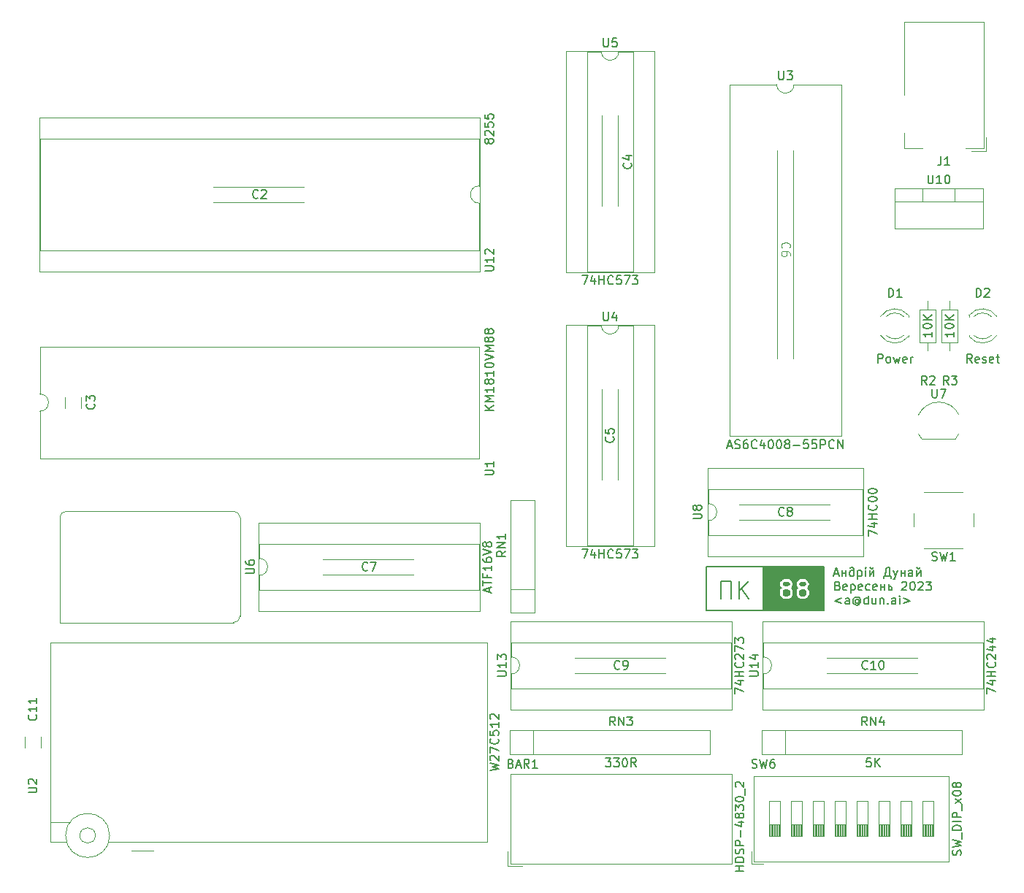
<source format=gbr>
%TF.GenerationSoftware,KiCad,Pcbnew,7.0.7*%
%TF.CreationDate,2023-09-26T18:25:27+03:00*%
%TF.ProjectId,main,6d61696e-2e6b-4696-9361-645f70636258,rev?*%
%TF.SameCoordinates,Original*%
%TF.FileFunction,Legend,Top*%
%TF.FilePolarity,Positive*%
%FSLAX46Y46*%
G04 Gerber Fmt 4.6, Leading zero omitted, Abs format (unit mm)*
G04 Created by KiCad (PCBNEW 7.0.7) date 2023-09-26 18:25:27*
%MOMM*%
%LPD*%
G01*
G04 APERTURE LIST*
%ADD10C,0.150000*%
%ADD11C,0.300000*%
%ADD12C,0.200000*%
%ADD13C,0.100000*%
%ADD14C,0.120000*%
G04 APERTURE END LIST*
D10*
X105410000Y41910000D02*
X112395000Y41910000D01*
X112395000Y40640000D01*
X105410000Y40640000D01*
X105410000Y41910000D01*
G36*
X105410000Y41910000D02*
G01*
X112395000Y41910000D01*
X112395000Y40640000D01*
X105410000Y40640000D01*
X105410000Y41910000D01*
G37*
X110807500Y44450000D02*
X112395000Y44450000D01*
X112395000Y41910000D01*
X110807500Y41910000D01*
X110807500Y44450000D01*
G36*
X110807500Y44450000D02*
G01*
X112395000Y44450000D01*
X112395000Y41910000D01*
X110807500Y41910000D01*
X110807500Y44450000D01*
G37*
X105410000Y44450000D02*
X106997500Y44450000D01*
X106997500Y41910000D01*
X105410000Y41910000D01*
X105410000Y44450000D01*
G36*
X105410000Y44450000D02*
G01*
X106997500Y44450000D01*
X106997500Y41910000D01*
X105410000Y41910000D01*
X105410000Y44450000D01*
G37*
X105410000Y45720000D02*
X112395000Y45720000D01*
X112395000Y44450000D01*
X105410000Y44450000D01*
X105410000Y45720000D01*
G36*
X105410000Y45720000D02*
G01*
X112395000Y45720000D01*
X112395000Y44450000D01*
X105410000Y44450000D01*
X105410000Y45720000D01*
G37*
X113636660Y44910895D02*
X114112850Y44910895D01*
X113541422Y44625180D02*
X113874755Y45625180D01*
X113874755Y45625180D02*
X114208088Y44625180D01*
X114541422Y44958514D02*
X114969993Y44958514D01*
X114541422Y45291847D02*
X114541422Y44625180D01*
X114969993Y45291847D02*
X114969993Y44625180D01*
X115922374Y45196609D02*
X115874755Y45244228D01*
X115874755Y45244228D02*
X115779517Y45291847D01*
X115779517Y45291847D02*
X115589041Y45291847D01*
X115589041Y45291847D02*
X115493803Y45244228D01*
X115493803Y45244228D02*
X115446184Y45196609D01*
X115446184Y45196609D02*
X115398565Y45101371D01*
X115398565Y45101371D02*
X115398565Y44815657D01*
X115398565Y44815657D02*
X115446184Y44720419D01*
X115446184Y44720419D02*
X115493803Y44672800D01*
X115493803Y44672800D02*
X115589041Y44625180D01*
X115589041Y44625180D02*
X115731898Y44625180D01*
X115731898Y44625180D02*
X115827136Y44672800D01*
X115827136Y44672800D02*
X115874755Y44720419D01*
X115874755Y44720419D02*
X115922374Y44815657D01*
X115922374Y44815657D02*
X115922374Y45434704D01*
X115922374Y45434704D02*
X115874755Y45529942D01*
X115874755Y45529942D02*
X115827136Y45577561D01*
X115827136Y45577561D02*
X115731898Y45625180D01*
X115731898Y45625180D02*
X115541422Y45625180D01*
X115541422Y45625180D02*
X115446184Y45577561D01*
X116350946Y45291847D02*
X116350946Y44291847D01*
X116350946Y45244228D02*
X116446184Y45291847D01*
X116446184Y45291847D02*
X116636660Y45291847D01*
X116636660Y45291847D02*
X116731898Y45244228D01*
X116731898Y45244228D02*
X116779517Y45196609D01*
X116779517Y45196609D02*
X116827136Y45101371D01*
X116827136Y45101371D02*
X116827136Y44815657D01*
X116827136Y44815657D02*
X116779517Y44720419D01*
X116779517Y44720419D02*
X116731898Y44672800D01*
X116731898Y44672800D02*
X116636660Y44625180D01*
X116636660Y44625180D02*
X116446184Y44625180D01*
X116446184Y44625180D02*
X116350946Y44672800D01*
X117255708Y44625180D02*
X117255708Y45291847D01*
X117255708Y45625180D02*
X117208089Y45577561D01*
X117208089Y45577561D02*
X117255708Y45529942D01*
X117255708Y45529942D02*
X117303327Y45577561D01*
X117303327Y45577561D02*
X117255708Y45625180D01*
X117255708Y45625180D02*
X117255708Y45529942D01*
X117731898Y45291847D02*
X117731898Y44625180D01*
X117731898Y44625180D02*
X118208088Y45291847D01*
X118208088Y45291847D02*
X118208088Y44625180D01*
X117779517Y45672800D02*
X117827136Y45577561D01*
X117827136Y45577561D02*
X117922374Y45529942D01*
X117922374Y45529942D02*
X118017612Y45529942D01*
X118017612Y45529942D02*
X118112850Y45577561D01*
X118112850Y45577561D02*
X118160469Y45672800D01*
X120208089Y44387085D02*
X120208089Y44625180D01*
X120208089Y44625180D02*
X119350946Y44625180D01*
X119350946Y44625180D02*
X119350946Y44387085D01*
X120017612Y44625180D02*
X120017612Y45625180D01*
X120017612Y45625180D02*
X119779517Y45625180D01*
X119779517Y45625180D02*
X119684279Y45577561D01*
X119684279Y45577561D02*
X119636660Y45529942D01*
X119636660Y45529942D02*
X119589041Y45434704D01*
X119589041Y45434704D02*
X119493803Y44625180D01*
X120493803Y45291847D02*
X120731898Y44625180D01*
X120969993Y45291847D02*
X120731898Y44625180D01*
X120731898Y44625180D02*
X120636660Y44387085D01*
X120636660Y44387085D02*
X120589041Y44339466D01*
X120589041Y44339466D02*
X120493803Y44291847D01*
X121350946Y44958514D02*
X121779517Y44958514D01*
X121350946Y45291847D02*
X121350946Y44625180D01*
X121779517Y45291847D02*
X121779517Y44625180D01*
X122684279Y44625180D02*
X122684279Y45148990D01*
X122684279Y45148990D02*
X122636660Y45244228D01*
X122636660Y45244228D02*
X122541422Y45291847D01*
X122541422Y45291847D02*
X122350946Y45291847D01*
X122350946Y45291847D02*
X122255708Y45244228D01*
X122684279Y44672800D02*
X122589041Y44625180D01*
X122589041Y44625180D02*
X122350946Y44625180D01*
X122350946Y44625180D02*
X122255708Y44672800D01*
X122255708Y44672800D02*
X122208089Y44768038D01*
X122208089Y44768038D02*
X122208089Y44863276D01*
X122208089Y44863276D02*
X122255708Y44958514D01*
X122255708Y44958514D02*
X122350946Y45006133D01*
X122350946Y45006133D02*
X122589041Y45006133D01*
X122589041Y45006133D02*
X122684279Y45053752D01*
X123160470Y45291847D02*
X123160470Y44625180D01*
X123160470Y44625180D02*
X123636660Y45291847D01*
X123636660Y45291847D02*
X123636660Y44625180D01*
X123208089Y45672800D02*
X123255708Y45577561D01*
X123255708Y45577561D02*
X123350946Y45529942D01*
X123350946Y45529942D02*
X123446184Y45529942D01*
X123446184Y45529942D02*
X123541422Y45577561D01*
X123541422Y45577561D02*
X123589041Y45672800D01*
X114017612Y43538990D02*
X114160469Y43491371D01*
X114160469Y43491371D02*
X114208088Y43443752D01*
X114208088Y43443752D02*
X114255707Y43348514D01*
X114255707Y43348514D02*
X114255707Y43205657D01*
X114255707Y43205657D02*
X114208088Y43110419D01*
X114208088Y43110419D02*
X114160469Y43062800D01*
X114160469Y43062800D02*
X114065231Y43015180D01*
X114065231Y43015180D02*
X113684279Y43015180D01*
X113684279Y43015180D02*
X113684279Y44015180D01*
X113684279Y44015180D02*
X114017612Y44015180D01*
X114017612Y44015180D02*
X114112850Y43967561D01*
X114112850Y43967561D02*
X114160469Y43919942D01*
X114160469Y43919942D02*
X114208088Y43824704D01*
X114208088Y43824704D02*
X114208088Y43729466D01*
X114208088Y43729466D02*
X114160469Y43634228D01*
X114160469Y43634228D02*
X114112850Y43586609D01*
X114112850Y43586609D02*
X114017612Y43538990D01*
X114017612Y43538990D02*
X113684279Y43538990D01*
X115065231Y43062800D02*
X114969993Y43015180D01*
X114969993Y43015180D02*
X114779517Y43015180D01*
X114779517Y43015180D02*
X114684279Y43062800D01*
X114684279Y43062800D02*
X114636660Y43158038D01*
X114636660Y43158038D02*
X114636660Y43538990D01*
X114636660Y43538990D02*
X114684279Y43634228D01*
X114684279Y43634228D02*
X114779517Y43681847D01*
X114779517Y43681847D02*
X114969993Y43681847D01*
X114969993Y43681847D02*
X115065231Y43634228D01*
X115065231Y43634228D02*
X115112850Y43538990D01*
X115112850Y43538990D02*
X115112850Y43443752D01*
X115112850Y43443752D02*
X114636660Y43348514D01*
X115541422Y43681847D02*
X115541422Y42681847D01*
X115541422Y43634228D02*
X115636660Y43681847D01*
X115636660Y43681847D02*
X115827136Y43681847D01*
X115827136Y43681847D02*
X115922374Y43634228D01*
X115922374Y43634228D02*
X115969993Y43586609D01*
X115969993Y43586609D02*
X116017612Y43491371D01*
X116017612Y43491371D02*
X116017612Y43205657D01*
X116017612Y43205657D02*
X115969993Y43110419D01*
X115969993Y43110419D02*
X115922374Y43062800D01*
X115922374Y43062800D02*
X115827136Y43015180D01*
X115827136Y43015180D02*
X115636660Y43015180D01*
X115636660Y43015180D02*
X115541422Y43062800D01*
X116827136Y43062800D02*
X116731898Y43015180D01*
X116731898Y43015180D02*
X116541422Y43015180D01*
X116541422Y43015180D02*
X116446184Y43062800D01*
X116446184Y43062800D02*
X116398565Y43158038D01*
X116398565Y43158038D02*
X116398565Y43538990D01*
X116398565Y43538990D02*
X116446184Y43634228D01*
X116446184Y43634228D02*
X116541422Y43681847D01*
X116541422Y43681847D02*
X116731898Y43681847D01*
X116731898Y43681847D02*
X116827136Y43634228D01*
X116827136Y43634228D02*
X116874755Y43538990D01*
X116874755Y43538990D02*
X116874755Y43443752D01*
X116874755Y43443752D02*
X116398565Y43348514D01*
X117731898Y43062800D02*
X117636660Y43015180D01*
X117636660Y43015180D02*
X117446184Y43015180D01*
X117446184Y43015180D02*
X117350946Y43062800D01*
X117350946Y43062800D02*
X117303327Y43110419D01*
X117303327Y43110419D02*
X117255708Y43205657D01*
X117255708Y43205657D02*
X117255708Y43491371D01*
X117255708Y43491371D02*
X117303327Y43586609D01*
X117303327Y43586609D02*
X117350946Y43634228D01*
X117350946Y43634228D02*
X117446184Y43681847D01*
X117446184Y43681847D02*
X117636660Y43681847D01*
X117636660Y43681847D02*
X117731898Y43634228D01*
X118541422Y43062800D02*
X118446184Y43015180D01*
X118446184Y43015180D02*
X118255708Y43015180D01*
X118255708Y43015180D02*
X118160470Y43062800D01*
X118160470Y43062800D02*
X118112851Y43158038D01*
X118112851Y43158038D02*
X118112851Y43538990D01*
X118112851Y43538990D02*
X118160470Y43634228D01*
X118160470Y43634228D02*
X118255708Y43681847D01*
X118255708Y43681847D02*
X118446184Y43681847D01*
X118446184Y43681847D02*
X118541422Y43634228D01*
X118541422Y43634228D02*
X118589041Y43538990D01*
X118589041Y43538990D02*
X118589041Y43443752D01*
X118589041Y43443752D02*
X118112851Y43348514D01*
X119017613Y43348514D02*
X119446184Y43348514D01*
X119017613Y43681847D02*
X119017613Y43015180D01*
X119446184Y43681847D02*
X119446184Y43015180D01*
X119922375Y43681847D02*
X119922375Y43015180D01*
X119922375Y43015180D02*
X120160470Y43015180D01*
X120160470Y43015180D02*
X120255708Y43062800D01*
X120255708Y43062800D02*
X120303327Y43158038D01*
X120303327Y43158038D02*
X120303327Y43300895D01*
X120303327Y43300895D02*
X120255708Y43396133D01*
X120255708Y43396133D02*
X120160470Y43443752D01*
X120160470Y43443752D02*
X119922375Y43443752D01*
X121446185Y43919942D02*
X121493804Y43967561D01*
X121493804Y43967561D02*
X121589042Y44015180D01*
X121589042Y44015180D02*
X121827137Y44015180D01*
X121827137Y44015180D02*
X121922375Y43967561D01*
X121922375Y43967561D02*
X121969994Y43919942D01*
X121969994Y43919942D02*
X122017613Y43824704D01*
X122017613Y43824704D02*
X122017613Y43729466D01*
X122017613Y43729466D02*
X121969994Y43586609D01*
X121969994Y43586609D02*
X121398566Y43015180D01*
X121398566Y43015180D02*
X122017613Y43015180D01*
X122636661Y44015180D02*
X122731899Y44015180D01*
X122731899Y44015180D02*
X122827137Y43967561D01*
X122827137Y43967561D02*
X122874756Y43919942D01*
X122874756Y43919942D02*
X122922375Y43824704D01*
X122922375Y43824704D02*
X122969994Y43634228D01*
X122969994Y43634228D02*
X122969994Y43396133D01*
X122969994Y43396133D02*
X122922375Y43205657D01*
X122922375Y43205657D02*
X122874756Y43110419D01*
X122874756Y43110419D02*
X122827137Y43062800D01*
X122827137Y43062800D02*
X122731899Y43015180D01*
X122731899Y43015180D02*
X122636661Y43015180D01*
X122636661Y43015180D02*
X122541423Y43062800D01*
X122541423Y43062800D02*
X122493804Y43110419D01*
X122493804Y43110419D02*
X122446185Y43205657D01*
X122446185Y43205657D02*
X122398566Y43396133D01*
X122398566Y43396133D02*
X122398566Y43634228D01*
X122398566Y43634228D02*
X122446185Y43824704D01*
X122446185Y43824704D02*
X122493804Y43919942D01*
X122493804Y43919942D02*
X122541423Y43967561D01*
X122541423Y43967561D02*
X122636661Y44015180D01*
X123350947Y43919942D02*
X123398566Y43967561D01*
X123398566Y43967561D02*
X123493804Y44015180D01*
X123493804Y44015180D02*
X123731899Y44015180D01*
X123731899Y44015180D02*
X123827137Y43967561D01*
X123827137Y43967561D02*
X123874756Y43919942D01*
X123874756Y43919942D02*
X123922375Y43824704D01*
X123922375Y43824704D02*
X123922375Y43729466D01*
X123922375Y43729466D02*
X123874756Y43586609D01*
X123874756Y43586609D02*
X123303328Y43015180D01*
X123303328Y43015180D02*
X123922375Y43015180D01*
X124255709Y44015180D02*
X124874756Y44015180D01*
X124874756Y44015180D02*
X124541423Y43634228D01*
X124541423Y43634228D02*
X124684280Y43634228D01*
X124684280Y43634228D02*
X124779518Y43586609D01*
X124779518Y43586609D02*
X124827137Y43538990D01*
X124827137Y43538990D02*
X124874756Y43443752D01*
X124874756Y43443752D02*
X124874756Y43205657D01*
X124874756Y43205657D02*
X124827137Y43110419D01*
X124827137Y43110419D02*
X124779518Y43062800D01*
X124779518Y43062800D02*
X124684280Y43015180D01*
X124684280Y43015180D02*
X124398566Y43015180D01*
X124398566Y43015180D02*
X124303328Y43062800D01*
X124303328Y43062800D02*
X124255709Y43110419D01*
X114446184Y42071847D02*
X113684279Y41786133D01*
X113684279Y41786133D02*
X114446184Y41500419D01*
X115350945Y41405180D02*
X115350945Y41928990D01*
X115350945Y41928990D02*
X115303326Y42024228D01*
X115303326Y42024228D02*
X115208088Y42071847D01*
X115208088Y42071847D02*
X115017612Y42071847D01*
X115017612Y42071847D02*
X114922374Y42024228D01*
X115350945Y41452800D02*
X115255707Y41405180D01*
X115255707Y41405180D02*
X115017612Y41405180D01*
X115017612Y41405180D02*
X114922374Y41452800D01*
X114922374Y41452800D02*
X114874755Y41548038D01*
X114874755Y41548038D02*
X114874755Y41643276D01*
X114874755Y41643276D02*
X114922374Y41738514D01*
X114922374Y41738514D02*
X115017612Y41786133D01*
X115017612Y41786133D02*
X115255707Y41786133D01*
X115255707Y41786133D02*
X115350945Y41833752D01*
X116446183Y41881371D02*
X116398564Y41928990D01*
X116398564Y41928990D02*
X116303326Y41976609D01*
X116303326Y41976609D02*
X116208088Y41976609D01*
X116208088Y41976609D02*
X116112850Y41928990D01*
X116112850Y41928990D02*
X116065231Y41881371D01*
X116065231Y41881371D02*
X116017612Y41786133D01*
X116017612Y41786133D02*
X116017612Y41690895D01*
X116017612Y41690895D02*
X116065231Y41595657D01*
X116065231Y41595657D02*
X116112850Y41548038D01*
X116112850Y41548038D02*
X116208088Y41500419D01*
X116208088Y41500419D02*
X116303326Y41500419D01*
X116303326Y41500419D02*
X116398564Y41548038D01*
X116398564Y41548038D02*
X116446183Y41595657D01*
X116446183Y41976609D02*
X116446183Y41595657D01*
X116446183Y41595657D02*
X116493802Y41548038D01*
X116493802Y41548038D02*
X116541421Y41548038D01*
X116541421Y41548038D02*
X116636660Y41595657D01*
X116636660Y41595657D02*
X116684279Y41690895D01*
X116684279Y41690895D02*
X116684279Y41928990D01*
X116684279Y41928990D02*
X116589041Y42071847D01*
X116589041Y42071847D02*
X116446183Y42167085D01*
X116446183Y42167085D02*
X116255707Y42214704D01*
X116255707Y42214704D02*
X116065231Y42167085D01*
X116065231Y42167085D02*
X115922374Y42071847D01*
X115922374Y42071847D02*
X115827136Y41928990D01*
X115827136Y41928990D02*
X115779517Y41738514D01*
X115779517Y41738514D02*
X115827136Y41548038D01*
X115827136Y41548038D02*
X115922374Y41405180D01*
X115922374Y41405180D02*
X116065231Y41309942D01*
X116065231Y41309942D02*
X116255707Y41262323D01*
X116255707Y41262323D02*
X116446183Y41309942D01*
X116446183Y41309942D02*
X116589041Y41405180D01*
X117541421Y41405180D02*
X117541421Y42405180D01*
X117541421Y41452800D02*
X117446183Y41405180D01*
X117446183Y41405180D02*
X117255707Y41405180D01*
X117255707Y41405180D02*
X117160469Y41452800D01*
X117160469Y41452800D02*
X117112850Y41500419D01*
X117112850Y41500419D02*
X117065231Y41595657D01*
X117065231Y41595657D02*
X117065231Y41881371D01*
X117065231Y41881371D02*
X117112850Y41976609D01*
X117112850Y41976609D02*
X117160469Y42024228D01*
X117160469Y42024228D02*
X117255707Y42071847D01*
X117255707Y42071847D02*
X117446183Y42071847D01*
X117446183Y42071847D02*
X117541421Y42024228D01*
X118446183Y42071847D02*
X118446183Y41405180D01*
X118017612Y42071847D02*
X118017612Y41548038D01*
X118017612Y41548038D02*
X118065231Y41452800D01*
X118065231Y41452800D02*
X118160469Y41405180D01*
X118160469Y41405180D02*
X118303326Y41405180D01*
X118303326Y41405180D02*
X118398564Y41452800D01*
X118398564Y41452800D02*
X118446183Y41500419D01*
X118922374Y42071847D02*
X118922374Y41405180D01*
X118922374Y41976609D02*
X118969993Y42024228D01*
X118969993Y42024228D02*
X119065231Y42071847D01*
X119065231Y42071847D02*
X119208088Y42071847D01*
X119208088Y42071847D02*
X119303326Y42024228D01*
X119303326Y42024228D02*
X119350945Y41928990D01*
X119350945Y41928990D02*
X119350945Y41405180D01*
X119827136Y41500419D02*
X119874755Y41452800D01*
X119874755Y41452800D02*
X119827136Y41405180D01*
X119827136Y41405180D02*
X119779517Y41452800D01*
X119779517Y41452800D02*
X119827136Y41500419D01*
X119827136Y41500419D02*
X119827136Y41405180D01*
X120731897Y41405180D02*
X120731897Y41928990D01*
X120731897Y41928990D02*
X120684278Y42024228D01*
X120684278Y42024228D02*
X120589040Y42071847D01*
X120589040Y42071847D02*
X120398564Y42071847D01*
X120398564Y42071847D02*
X120303326Y42024228D01*
X120731897Y41452800D02*
X120636659Y41405180D01*
X120636659Y41405180D02*
X120398564Y41405180D01*
X120398564Y41405180D02*
X120303326Y41452800D01*
X120303326Y41452800D02*
X120255707Y41548038D01*
X120255707Y41548038D02*
X120255707Y41643276D01*
X120255707Y41643276D02*
X120303326Y41738514D01*
X120303326Y41738514D02*
X120398564Y41786133D01*
X120398564Y41786133D02*
X120636659Y41786133D01*
X120636659Y41786133D02*
X120731897Y41833752D01*
X121208088Y41405180D02*
X121208088Y42071847D01*
X121208088Y42405180D02*
X121160469Y42357561D01*
X121160469Y42357561D02*
X121208088Y42309942D01*
X121208088Y42309942D02*
X121255707Y42357561D01*
X121255707Y42357561D02*
X121208088Y42405180D01*
X121208088Y42405180D02*
X121208088Y42309942D01*
X121684278Y42071847D02*
X122446183Y41786133D01*
X122446183Y41786133D02*
X121684278Y41500419D01*
D11*
G36*
X108359018Y43078181D02*
G01*
X108419832Y43017367D01*
X108488348Y42880336D01*
X108488348Y42570204D01*
X108419832Y42433172D01*
X108359018Y42372358D01*
X108221985Y42303841D01*
X107911854Y42303841D01*
X107774820Y42372358D01*
X107714007Y42433171D01*
X107645491Y42570204D01*
X107645491Y42880335D01*
X107714007Y43017367D01*
X107774820Y43078181D01*
X107911854Y43146699D01*
X108221985Y43146699D01*
X108359018Y43078181D01*
G37*
G36*
X108359018Y43935325D02*
G01*
X108419831Y43874511D01*
X108488348Y43737478D01*
X108488348Y43713060D01*
X108419832Y43576029D01*
X108359018Y43515215D01*
X108221986Y43446699D01*
X107911853Y43446699D01*
X107774821Y43515215D01*
X107714007Y43576028D01*
X107645491Y43713061D01*
X107645491Y43737479D01*
X107714007Y43874511D01*
X107774821Y43935325D01*
X107911853Y44003841D01*
X108221986Y44003841D01*
X108359018Y43935325D01*
G37*
G36*
X110263780Y43078181D02*
G01*
X110324594Y43017367D01*
X110393110Y42880336D01*
X110393110Y42570204D01*
X110324594Y42433172D01*
X110263780Y42372358D01*
X110126747Y42303841D01*
X109816616Y42303841D01*
X109679582Y42372358D01*
X109618769Y42433171D01*
X109550253Y42570204D01*
X109550253Y42880336D01*
X109618768Y43017367D01*
X109679582Y43078181D01*
X109816616Y43146699D01*
X110126747Y43146699D01*
X110263780Y43078181D01*
G37*
G36*
X110263780Y43935325D02*
G01*
X110324594Y43874510D01*
X110393110Y43737479D01*
X110393110Y43713060D01*
X110324594Y43576029D01*
X110263780Y43515215D01*
X110126748Y43446699D01*
X109816615Y43446699D01*
X109679582Y43515215D01*
X109618769Y43576028D01*
X109550253Y43713060D01*
X109550253Y43737479D01*
X109618769Y43874511D01*
X109679583Y43935325D01*
X109816615Y44003841D01*
X110126748Y44003841D01*
X110263780Y43935325D01*
G37*
G36*
X110978824Y41718127D02*
G01*
X107059777Y41718127D01*
X107059777Y42534794D01*
X107345491Y42534794D01*
X107354414Y42501492D01*
X107361327Y42467712D01*
X107456565Y42277236D01*
X107472587Y42259167D01*
X107484663Y42238252D01*
X107579901Y42143014D01*
X107600814Y42130939D01*
X107618884Y42114916D01*
X107809360Y42019677D01*
X107843144Y42012763D01*
X107876443Y42003841D01*
X108257396Y42003841D01*
X108290696Y42012763D01*
X108324479Y42019677D01*
X108514955Y42114916D01*
X108533024Y42130939D01*
X108553938Y42143014D01*
X108649176Y42238252D01*
X108661250Y42259166D01*
X108677274Y42277236D01*
X108772512Y42467712D01*
X108779424Y42501490D01*
X108788348Y42534794D01*
X109250253Y42534794D01*
X109259176Y42501492D01*
X109266089Y42467712D01*
X109361327Y42277236D01*
X109377349Y42259167D01*
X109389425Y42238252D01*
X109484663Y42143014D01*
X109505576Y42130939D01*
X109523646Y42114916D01*
X109714122Y42019677D01*
X109747906Y42012763D01*
X109781205Y42003841D01*
X110162158Y42003841D01*
X110195458Y42012763D01*
X110229241Y42019677D01*
X110419717Y42114916D01*
X110437786Y42130939D01*
X110458700Y42143014D01*
X110553938Y42238252D01*
X110566012Y42259166D01*
X110582036Y42277236D01*
X110677274Y42467712D01*
X110684186Y42501490D01*
X110693110Y42534794D01*
X110693110Y42915746D01*
X110684186Y42949049D01*
X110677274Y42982828D01*
X110582036Y43173304D01*
X110566012Y43191373D01*
X110553938Y43212288D01*
X110469527Y43296698D01*
X110553938Y43381109D01*
X110566012Y43402023D01*
X110582036Y43420093D01*
X110677274Y43610569D01*
X110684186Y43644347D01*
X110693110Y43677651D01*
X110693110Y43772889D01*
X110684186Y43806192D01*
X110677274Y43839971D01*
X110582036Y44030447D01*
X110566012Y44048516D01*
X110553938Y44069431D01*
X110458700Y44164669D01*
X110437784Y44176744D01*
X110419716Y44192767D01*
X110229240Y44288005D01*
X110195459Y44294917D01*
X110162158Y44303841D01*
X109781205Y44303841D01*
X109747901Y44294917D01*
X109714123Y44288005D01*
X109523647Y44192767D01*
X109505577Y44176743D01*
X109484663Y44164669D01*
X109389425Y44069431D01*
X109377349Y44048515D01*
X109361327Y44030447D01*
X109266089Y43839971D01*
X109259176Y43806190D01*
X109250253Y43772889D01*
X109250253Y43677651D01*
X109259176Y43644349D01*
X109266089Y43610569D01*
X109361327Y43420093D01*
X109377349Y43402024D01*
X109389425Y43381109D01*
X109473835Y43296698D01*
X109389425Y43212288D01*
X109377349Y43191372D01*
X109361327Y43173304D01*
X109266089Y42982828D01*
X109259176Y42949047D01*
X109250253Y42915746D01*
X109250253Y42534794D01*
X108788348Y42534794D01*
X108788348Y42915746D01*
X108779424Y42949049D01*
X108772512Y42982828D01*
X108677274Y43173304D01*
X108661250Y43191373D01*
X108649176Y43212288D01*
X108564765Y43296698D01*
X108649176Y43381109D01*
X108661250Y43402023D01*
X108677274Y43420093D01*
X108772512Y43610569D01*
X108779424Y43644347D01*
X108788348Y43677651D01*
X108788348Y43772889D01*
X108779424Y43806192D01*
X108772512Y43839971D01*
X108677274Y44030447D01*
X108661250Y44048516D01*
X108649176Y44069431D01*
X108553938Y44164669D01*
X108533022Y44176744D01*
X108514954Y44192767D01*
X108324478Y44288005D01*
X108290697Y44294917D01*
X108257396Y44303841D01*
X107876443Y44303841D01*
X107843139Y44294917D01*
X107809361Y44288005D01*
X107618885Y44192767D01*
X107600815Y44176743D01*
X107579901Y44164669D01*
X107484663Y44069431D01*
X107472587Y44048515D01*
X107456565Y44030447D01*
X107361327Y43839971D01*
X107354414Y43806190D01*
X107345491Y43772889D01*
X107345491Y43677651D01*
X107354414Y43644349D01*
X107361327Y43610569D01*
X107456565Y43420093D01*
X107472587Y43402024D01*
X107484663Y43381109D01*
X107569073Y43296698D01*
X107484663Y43212288D01*
X107472587Y43191372D01*
X107456565Y43173304D01*
X107361327Y42982828D01*
X107354414Y42949047D01*
X107345491Y42915746D01*
X107345491Y42534794D01*
X107059777Y42534794D01*
X107059777Y44589555D01*
X110978824Y44589555D01*
X110978824Y41718127D01*
G37*
D12*
X100490535Y42060161D02*
X100490535Y44060161D01*
X100490535Y44060161D02*
X101633392Y44060161D01*
X101633392Y44060161D02*
X101633392Y42060161D01*
X102585773Y42060161D02*
X102585773Y44060161D01*
X103728630Y42060161D02*
X102871487Y43203019D01*
X103728630Y44060161D02*
X102585773Y42917304D01*
D10*
X98742500Y45720000D02*
X105381428Y45720000D01*
X105381428Y40640000D01*
X98742500Y40640000D01*
X98742500Y45720000D01*
X119911905Y77015180D02*
X119911905Y78015180D01*
X119911905Y78015180D02*
X120150000Y78015180D01*
X120150000Y78015180D02*
X120292857Y77967561D01*
X120292857Y77967561D02*
X120388095Y77872323D01*
X120388095Y77872323D02*
X120435714Y77777085D01*
X120435714Y77777085D02*
X120483333Y77586609D01*
X120483333Y77586609D02*
X120483333Y77443752D01*
X120483333Y77443752D02*
X120435714Y77253276D01*
X120435714Y77253276D02*
X120388095Y77158038D01*
X120388095Y77158038D02*
X120292857Y77062800D01*
X120292857Y77062800D02*
X120150000Y77015180D01*
X120150000Y77015180D02*
X119911905Y77015180D01*
X121435714Y77015180D02*
X120864286Y77015180D01*
X121150000Y77015180D02*
X121150000Y78015180D01*
X121150000Y78015180D02*
X121054762Y77872323D01*
X121054762Y77872323D02*
X120959524Y77777085D01*
X120959524Y77777085D02*
X120864286Y77729466D01*
X118673809Y69395180D02*
X118673809Y70395180D01*
X118673809Y70395180D02*
X119054761Y70395180D01*
X119054761Y70395180D02*
X119149999Y70347561D01*
X119149999Y70347561D02*
X119197618Y70299942D01*
X119197618Y70299942D02*
X119245237Y70204704D01*
X119245237Y70204704D02*
X119245237Y70061847D01*
X119245237Y70061847D02*
X119197618Y69966609D01*
X119197618Y69966609D02*
X119149999Y69918990D01*
X119149999Y69918990D02*
X119054761Y69871371D01*
X119054761Y69871371D02*
X118673809Y69871371D01*
X119816666Y69395180D02*
X119721428Y69442800D01*
X119721428Y69442800D02*
X119673809Y69490419D01*
X119673809Y69490419D02*
X119626190Y69585657D01*
X119626190Y69585657D02*
X119626190Y69871371D01*
X119626190Y69871371D02*
X119673809Y69966609D01*
X119673809Y69966609D02*
X119721428Y70014228D01*
X119721428Y70014228D02*
X119816666Y70061847D01*
X119816666Y70061847D02*
X119959523Y70061847D01*
X119959523Y70061847D02*
X120054761Y70014228D01*
X120054761Y70014228D02*
X120102380Y69966609D01*
X120102380Y69966609D02*
X120149999Y69871371D01*
X120149999Y69871371D02*
X120149999Y69585657D01*
X120149999Y69585657D02*
X120102380Y69490419D01*
X120102380Y69490419D02*
X120054761Y69442800D01*
X120054761Y69442800D02*
X119959523Y69395180D01*
X119959523Y69395180D02*
X119816666Y69395180D01*
X120483333Y70061847D02*
X120673809Y69395180D01*
X120673809Y69395180D02*
X120864285Y69871371D01*
X120864285Y69871371D02*
X121054761Y69395180D01*
X121054761Y69395180D02*
X121245237Y70061847D01*
X122007142Y69442800D02*
X121911904Y69395180D01*
X121911904Y69395180D02*
X121721428Y69395180D01*
X121721428Y69395180D02*
X121626190Y69442800D01*
X121626190Y69442800D02*
X121578571Y69538038D01*
X121578571Y69538038D02*
X121578571Y69918990D01*
X121578571Y69918990D02*
X121626190Y70014228D01*
X121626190Y70014228D02*
X121721428Y70061847D01*
X121721428Y70061847D02*
X121911904Y70061847D01*
X121911904Y70061847D02*
X122007142Y70014228D01*
X122007142Y70014228D02*
X122054761Y69918990D01*
X122054761Y69918990D02*
X122054761Y69823752D01*
X122054761Y69823752D02*
X121578571Y69728514D01*
X122483333Y69395180D02*
X122483333Y70061847D01*
X122483333Y69871371D02*
X122530952Y69966609D01*
X122530952Y69966609D02*
X122578571Y70014228D01*
X122578571Y70014228D02*
X122673809Y70061847D01*
X122673809Y70061847D02*
X122769047Y70061847D01*
X86868095Y75265180D02*
X86868095Y74455657D01*
X86868095Y74455657D02*
X86915714Y74360419D01*
X86915714Y74360419D02*
X86963333Y74312800D01*
X86963333Y74312800D02*
X87058571Y74265180D01*
X87058571Y74265180D02*
X87249047Y74265180D01*
X87249047Y74265180D02*
X87344285Y74312800D01*
X87344285Y74312800D02*
X87391904Y74360419D01*
X87391904Y74360419D02*
X87439523Y74455657D01*
X87439523Y74455657D02*
X87439523Y75265180D01*
X88344285Y74931847D02*
X88344285Y74265180D01*
X88106190Y75312800D02*
X87868095Y74598514D01*
X87868095Y74598514D02*
X88487142Y74598514D01*
X84368095Y47745180D02*
X85034761Y47745180D01*
X85034761Y47745180D02*
X84606190Y46745180D01*
X85844285Y47411847D02*
X85844285Y46745180D01*
X85606190Y47792800D02*
X85368095Y47078514D01*
X85368095Y47078514D02*
X85987142Y47078514D01*
X86368095Y46745180D02*
X86368095Y47745180D01*
X86368095Y47268990D02*
X86939523Y47268990D01*
X86939523Y46745180D02*
X86939523Y47745180D01*
X87987142Y46840419D02*
X87939523Y46792800D01*
X87939523Y46792800D02*
X87796666Y46745180D01*
X87796666Y46745180D02*
X87701428Y46745180D01*
X87701428Y46745180D02*
X87558571Y46792800D01*
X87558571Y46792800D02*
X87463333Y46888038D01*
X87463333Y46888038D02*
X87415714Y46983276D01*
X87415714Y46983276D02*
X87368095Y47173752D01*
X87368095Y47173752D02*
X87368095Y47316609D01*
X87368095Y47316609D02*
X87415714Y47507085D01*
X87415714Y47507085D02*
X87463333Y47602323D01*
X87463333Y47602323D02*
X87558571Y47697561D01*
X87558571Y47697561D02*
X87701428Y47745180D01*
X87701428Y47745180D02*
X87796666Y47745180D01*
X87796666Y47745180D02*
X87939523Y47697561D01*
X87939523Y47697561D02*
X87987142Y47649942D01*
X88891904Y47745180D02*
X88415714Y47745180D01*
X88415714Y47745180D02*
X88368095Y47268990D01*
X88368095Y47268990D02*
X88415714Y47316609D01*
X88415714Y47316609D02*
X88510952Y47364228D01*
X88510952Y47364228D02*
X88749047Y47364228D01*
X88749047Y47364228D02*
X88844285Y47316609D01*
X88844285Y47316609D02*
X88891904Y47268990D01*
X88891904Y47268990D02*
X88939523Y47173752D01*
X88939523Y47173752D02*
X88939523Y46935657D01*
X88939523Y46935657D02*
X88891904Y46840419D01*
X88891904Y46840419D02*
X88844285Y46792800D01*
X88844285Y46792800D02*
X88749047Y46745180D01*
X88749047Y46745180D02*
X88510952Y46745180D01*
X88510952Y46745180D02*
X88415714Y46792800D01*
X88415714Y46792800D02*
X88368095Y46840419D01*
X89272857Y47745180D02*
X89939523Y47745180D01*
X89939523Y47745180D02*
X89510952Y46745180D01*
X90225238Y47745180D02*
X90844285Y47745180D01*
X90844285Y47745180D02*
X90510952Y47364228D01*
X90510952Y47364228D02*
X90653809Y47364228D01*
X90653809Y47364228D02*
X90749047Y47316609D01*
X90749047Y47316609D02*
X90796666Y47268990D01*
X90796666Y47268990D02*
X90844285Y47173752D01*
X90844285Y47173752D02*
X90844285Y46935657D01*
X90844285Y46935657D02*
X90796666Y46840419D01*
X90796666Y46840419D02*
X90749047Y46792800D01*
X90749047Y46792800D02*
X90653809Y46745180D01*
X90653809Y46745180D02*
X90368095Y46745180D01*
X90368095Y46745180D02*
X90272857Y46792800D01*
X90272857Y46792800D02*
X90225238Y46840419D01*
X46823333Y88540419D02*
X46775714Y88492800D01*
X46775714Y88492800D02*
X46632857Y88445180D01*
X46632857Y88445180D02*
X46537619Y88445180D01*
X46537619Y88445180D02*
X46394762Y88492800D01*
X46394762Y88492800D02*
X46299524Y88588038D01*
X46299524Y88588038D02*
X46251905Y88683276D01*
X46251905Y88683276D02*
X46204286Y88873752D01*
X46204286Y88873752D02*
X46204286Y89016609D01*
X46204286Y89016609D02*
X46251905Y89207085D01*
X46251905Y89207085D02*
X46299524Y89302323D01*
X46299524Y89302323D02*
X46394762Y89397561D01*
X46394762Y89397561D02*
X46537619Y89445180D01*
X46537619Y89445180D02*
X46632857Y89445180D01*
X46632857Y89445180D02*
X46775714Y89397561D01*
X46775714Y89397561D02*
X46823333Y89349942D01*
X47204286Y89349942D02*
X47251905Y89397561D01*
X47251905Y89397561D02*
X47347143Y89445180D01*
X47347143Y89445180D02*
X47585238Y89445180D01*
X47585238Y89445180D02*
X47680476Y89397561D01*
X47680476Y89397561D02*
X47728095Y89349942D01*
X47728095Y89349942D02*
X47775714Y89254704D01*
X47775714Y89254704D02*
X47775714Y89159466D01*
X47775714Y89159466D02*
X47728095Y89016609D01*
X47728095Y89016609D02*
X47156667Y88445180D01*
X47156667Y88445180D02*
X47775714Y88445180D01*
X117419523Y27345180D02*
X117086190Y27821371D01*
X116848095Y27345180D02*
X116848095Y28345180D01*
X116848095Y28345180D02*
X117229047Y28345180D01*
X117229047Y28345180D02*
X117324285Y28297561D01*
X117324285Y28297561D02*
X117371904Y28249942D01*
X117371904Y28249942D02*
X117419523Y28154704D01*
X117419523Y28154704D02*
X117419523Y28011847D01*
X117419523Y28011847D02*
X117371904Y27916609D01*
X117371904Y27916609D02*
X117324285Y27868990D01*
X117324285Y27868990D02*
X117229047Y27821371D01*
X117229047Y27821371D02*
X116848095Y27821371D01*
X117848095Y27345180D02*
X117848095Y28345180D01*
X117848095Y28345180D02*
X118419523Y27345180D01*
X118419523Y27345180D02*
X118419523Y28345180D01*
X119324285Y28011847D02*
X119324285Y27345180D01*
X119086190Y28392800D02*
X118848095Y27678514D01*
X118848095Y27678514D02*
X119467142Y27678514D01*
X117848095Y23545180D02*
X117371905Y23545180D01*
X117371905Y23545180D02*
X117324286Y23068990D01*
X117324286Y23068990D02*
X117371905Y23116609D01*
X117371905Y23116609D02*
X117467143Y23164228D01*
X117467143Y23164228D02*
X117705238Y23164228D01*
X117705238Y23164228D02*
X117800476Y23116609D01*
X117800476Y23116609D02*
X117848095Y23068990D01*
X117848095Y23068990D02*
X117895714Y22973752D01*
X117895714Y22973752D02*
X117895714Y22735657D01*
X117895714Y22735657D02*
X117848095Y22640419D01*
X117848095Y22640419D02*
X117800476Y22592800D01*
X117800476Y22592800D02*
X117705238Y22545180D01*
X117705238Y22545180D02*
X117467143Y22545180D01*
X117467143Y22545180D02*
X117371905Y22592800D01*
X117371905Y22592800D02*
X117324286Y22640419D01*
X118324286Y22545180D02*
X118324286Y23545180D01*
X118895714Y22545180D02*
X118467143Y23116609D01*
X118895714Y23545180D02*
X118324286Y22973752D01*
X117467142Y33930419D02*
X117419523Y33882800D01*
X117419523Y33882800D02*
X117276666Y33835180D01*
X117276666Y33835180D02*
X117181428Y33835180D01*
X117181428Y33835180D02*
X117038571Y33882800D01*
X117038571Y33882800D02*
X116943333Y33978038D01*
X116943333Y33978038D02*
X116895714Y34073276D01*
X116895714Y34073276D02*
X116848095Y34263752D01*
X116848095Y34263752D02*
X116848095Y34406609D01*
X116848095Y34406609D02*
X116895714Y34597085D01*
X116895714Y34597085D02*
X116943333Y34692323D01*
X116943333Y34692323D02*
X117038571Y34787561D01*
X117038571Y34787561D02*
X117181428Y34835180D01*
X117181428Y34835180D02*
X117276666Y34835180D01*
X117276666Y34835180D02*
X117419523Y34787561D01*
X117419523Y34787561D02*
X117467142Y34739942D01*
X118419523Y33835180D02*
X117848095Y33835180D01*
X118133809Y33835180D02*
X118133809Y34835180D01*
X118133809Y34835180D02*
X118038571Y34692323D01*
X118038571Y34692323D02*
X117943333Y34597085D01*
X117943333Y34597085D02*
X117848095Y34549466D01*
X119038571Y34835180D02*
X119133809Y34835180D01*
X119133809Y34835180D02*
X119229047Y34787561D01*
X119229047Y34787561D02*
X119276666Y34739942D01*
X119276666Y34739942D02*
X119324285Y34644704D01*
X119324285Y34644704D02*
X119371904Y34454228D01*
X119371904Y34454228D02*
X119371904Y34216133D01*
X119371904Y34216133D02*
X119324285Y34025657D01*
X119324285Y34025657D02*
X119276666Y33930419D01*
X119276666Y33930419D02*
X119229047Y33882800D01*
X119229047Y33882800D02*
X119133809Y33835180D01*
X119133809Y33835180D02*
X119038571Y33835180D01*
X119038571Y33835180D02*
X118943333Y33882800D01*
X118943333Y33882800D02*
X118895714Y33930419D01*
X118895714Y33930419D02*
X118848095Y34025657D01*
X118848095Y34025657D02*
X118800476Y34216133D01*
X118800476Y34216133D02*
X118800476Y34454228D01*
X118800476Y34454228D02*
X118848095Y34644704D01*
X118848095Y34644704D02*
X118895714Y34739942D01*
X118895714Y34739942D02*
X118943333Y34787561D01*
X118943333Y34787561D02*
X119038571Y34835180D01*
X73114819Y56388095D02*
X73924342Y56388095D01*
X73924342Y56388095D02*
X74019580Y56435714D01*
X74019580Y56435714D02*
X74067200Y56483333D01*
X74067200Y56483333D02*
X74114819Y56578571D01*
X74114819Y56578571D02*
X74114819Y56769047D01*
X74114819Y56769047D02*
X74067200Y56864285D01*
X74067200Y56864285D02*
X74019580Y56911904D01*
X74019580Y56911904D02*
X73924342Y56959523D01*
X73924342Y56959523D02*
X73114819Y56959523D01*
X74114819Y57959523D02*
X74114819Y57388095D01*
X74114819Y57673809D02*
X73114819Y57673809D01*
X73114819Y57673809D02*
X73257676Y57578571D01*
X73257676Y57578571D02*
X73352914Y57483333D01*
X73352914Y57483333D02*
X73400533Y57388095D01*
X74114819Y63889524D02*
X73114819Y63889524D01*
X74114819Y64460952D02*
X73543390Y64032381D01*
X73114819Y64460952D02*
X73686247Y63889524D01*
X74114819Y64889524D02*
X73114819Y64889524D01*
X73114819Y64889524D02*
X73829104Y65222857D01*
X73829104Y65222857D02*
X73114819Y65556190D01*
X73114819Y65556190D02*
X74114819Y65556190D01*
X74114819Y66556190D02*
X74114819Y65984762D01*
X74114819Y66270476D02*
X73114819Y66270476D01*
X73114819Y66270476D02*
X73257676Y66175238D01*
X73257676Y66175238D02*
X73352914Y66080000D01*
X73352914Y66080000D02*
X73400533Y65984762D01*
X73543390Y67127619D02*
X73495771Y67032381D01*
X73495771Y67032381D02*
X73448152Y66984762D01*
X73448152Y66984762D02*
X73352914Y66937143D01*
X73352914Y66937143D02*
X73305295Y66937143D01*
X73305295Y66937143D02*
X73210057Y66984762D01*
X73210057Y66984762D02*
X73162438Y67032381D01*
X73162438Y67032381D02*
X73114819Y67127619D01*
X73114819Y67127619D02*
X73114819Y67318095D01*
X73114819Y67318095D02*
X73162438Y67413333D01*
X73162438Y67413333D02*
X73210057Y67460952D01*
X73210057Y67460952D02*
X73305295Y67508571D01*
X73305295Y67508571D02*
X73352914Y67508571D01*
X73352914Y67508571D02*
X73448152Y67460952D01*
X73448152Y67460952D02*
X73495771Y67413333D01*
X73495771Y67413333D02*
X73543390Y67318095D01*
X73543390Y67318095D02*
X73543390Y67127619D01*
X73543390Y67127619D02*
X73591009Y67032381D01*
X73591009Y67032381D02*
X73638628Y66984762D01*
X73638628Y66984762D02*
X73733866Y66937143D01*
X73733866Y66937143D02*
X73924342Y66937143D01*
X73924342Y66937143D02*
X74019580Y66984762D01*
X74019580Y66984762D02*
X74067200Y67032381D01*
X74067200Y67032381D02*
X74114819Y67127619D01*
X74114819Y67127619D02*
X74114819Y67318095D01*
X74114819Y67318095D02*
X74067200Y67413333D01*
X74067200Y67413333D02*
X74019580Y67460952D01*
X74019580Y67460952D02*
X73924342Y67508571D01*
X73924342Y67508571D02*
X73733866Y67508571D01*
X73733866Y67508571D02*
X73638628Y67460952D01*
X73638628Y67460952D02*
X73591009Y67413333D01*
X73591009Y67413333D02*
X73543390Y67318095D01*
X74114819Y68460952D02*
X74114819Y67889524D01*
X74114819Y68175238D02*
X73114819Y68175238D01*
X73114819Y68175238D02*
X73257676Y68080000D01*
X73257676Y68080000D02*
X73352914Y67984762D01*
X73352914Y67984762D02*
X73400533Y67889524D01*
X73114819Y69080000D02*
X73114819Y69175238D01*
X73114819Y69175238D02*
X73162438Y69270476D01*
X73162438Y69270476D02*
X73210057Y69318095D01*
X73210057Y69318095D02*
X73305295Y69365714D01*
X73305295Y69365714D02*
X73495771Y69413333D01*
X73495771Y69413333D02*
X73733866Y69413333D01*
X73733866Y69413333D02*
X73924342Y69365714D01*
X73924342Y69365714D02*
X74019580Y69318095D01*
X74019580Y69318095D02*
X74067200Y69270476D01*
X74067200Y69270476D02*
X74114819Y69175238D01*
X74114819Y69175238D02*
X74114819Y69080000D01*
X74114819Y69080000D02*
X74067200Y68984762D01*
X74067200Y68984762D02*
X74019580Y68937143D01*
X74019580Y68937143D02*
X73924342Y68889524D01*
X73924342Y68889524D02*
X73733866Y68841905D01*
X73733866Y68841905D02*
X73495771Y68841905D01*
X73495771Y68841905D02*
X73305295Y68889524D01*
X73305295Y68889524D02*
X73210057Y68937143D01*
X73210057Y68937143D02*
X73162438Y68984762D01*
X73162438Y68984762D02*
X73114819Y69080000D01*
X73114819Y69699048D02*
X74114819Y70032381D01*
X74114819Y70032381D02*
X73114819Y70365714D01*
X74114819Y70699048D02*
X73114819Y70699048D01*
X73114819Y70699048D02*
X73829104Y71032381D01*
X73829104Y71032381D02*
X73114819Y71365714D01*
X73114819Y71365714D02*
X74114819Y71365714D01*
X73543390Y71984762D02*
X73495771Y71889524D01*
X73495771Y71889524D02*
X73448152Y71841905D01*
X73448152Y71841905D02*
X73352914Y71794286D01*
X73352914Y71794286D02*
X73305295Y71794286D01*
X73305295Y71794286D02*
X73210057Y71841905D01*
X73210057Y71841905D02*
X73162438Y71889524D01*
X73162438Y71889524D02*
X73114819Y71984762D01*
X73114819Y71984762D02*
X73114819Y72175238D01*
X73114819Y72175238D02*
X73162438Y72270476D01*
X73162438Y72270476D02*
X73210057Y72318095D01*
X73210057Y72318095D02*
X73305295Y72365714D01*
X73305295Y72365714D02*
X73352914Y72365714D01*
X73352914Y72365714D02*
X73448152Y72318095D01*
X73448152Y72318095D02*
X73495771Y72270476D01*
X73495771Y72270476D02*
X73543390Y72175238D01*
X73543390Y72175238D02*
X73543390Y71984762D01*
X73543390Y71984762D02*
X73591009Y71889524D01*
X73591009Y71889524D02*
X73638628Y71841905D01*
X73638628Y71841905D02*
X73733866Y71794286D01*
X73733866Y71794286D02*
X73924342Y71794286D01*
X73924342Y71794286D02*
X74019580Y71841905D01*
X74019580Y71841905D02*
X74067200Y71889524D01*
X74067200Y71889524D02*
X74114819Y71984762D01*
X74114819Y71984762D02*
X74114819Y72175238D01*
X74114819Y72175238D02*
X74067200Y72270476D01*
X74067200Y72270476D02*
X74019580Y72318095D01*
X74019580Y72318095D02*
X73924342Y72365714D01*
X73924342Y72365714D02*
X73733866Y72365714D01*
X73733866Y72365714D02*
X73638628Y72318095D01*
X73638628Y72318095D02*
X73591009Y72270476D01*
X73591009Y72270476D02*
X73543390Y72175238D01*
X73543390Y72937143D02*
X73495771Y72841905D01*
X73495771Y72841905D02*
X73448152Y72794286D01*
X73448152Y72794286D02*
X73352914Y72746667D01*
X73352914Y72746667D02*
X73305295Y72746667D01*
X73305295Y72746667D02*
X73210057Y72794286D01*
X73210057Y72794286D02*
X73162438Y72841905D01*
X73162438Y72841905D02*
X73114819Y72937143D01*
X73114819Y72937143D02*
X73114819Y73127619D01*
X73114819Y73127619D02*
X73162438Y73222857D01*
X73162438Y73222857D02*
X73210057Y73270476D01*
X73210057Y73270476D02*
X73305295Y73318095D01*
X73305295Y73318095D02*
X73352914Y73318095D01*
X73352914Y73318095D02*
X73448152Y73270476D01*
X73448152Y73270476D02*
X73495771Y73222857D01*
X73495771Y73222857D02*
X73543390Y73127619D01*
X73543390Y73127619D02*
X73543390Y72937143D01*
X73543390Y72937143D02*
X73591009Y72841905D01*
X73591009Y72841905D02*
X73638628Y72794286D01*
X73638628Y72794286D02*
X73733866Y72746667D01*
X73733866Y72746667D02*
X73924342Y72746667D01*
X73924342Y72746667D02*
X74019580Y72794286D01*
X74019580Y72794286D02*
X74067200Y72841905D01*
X74067200Y72841905D02*
X74114819Y72937143D01*
X74114819Y72937143D02*
X74114819Y73127619D01*
X74114819Y73127619D02*
X74067200Y73222857D01*
X74067200Y73222857D02*
X74019580Y73270476D01*
X74019580Y73270476D02*
X73924342Y73318095D01*
X73924342Y73318095D02*
X73733866Y73318095D01*
X73733866Y73318095D02*
X73638628Y73270476D01*
X73638628Y73270476D02*
X73591009Y73222857D01*
X73591009Y73222857D02*
X73543390Y73127619D01*
X87989580Y60793333D02*
X88037200Y60745714D01*
X88037200Y60745714D02*
X88084819Y60602857D01*
X88084819Y60602857D02*
X88084819Y60507619D01*
X88084819Y60507619D02*
X88037200Y60364762D01*
X88037200Y60364762D02*
X87941961Y60269524D01*
X87941961Y60269524D02*
X87846723Y60221905D01*
X87846723Y60221905D02*
X87656247Y60174286D01*
X87656247Y60174286D02*
X87513390Y60174286D01*
X87513390Y60174286D02*
X87322914Y60221905D01*
X87322914Y60221905D02*
X87227676Y60269524D01*
X87227676Y60269524D02*
X87132438Y60364762D01*
X87132438Y60364762D02*
X87084819Y60507619D01*
X87084819Y60507619D02*
X87084819Y60602857D01*
X87084819Y60602857D02*
X87132438Y60745714D01*
X87132438Y60745714D02*
X87180057Y60793333D01*
X87084819Y61698095D02*
X87084819Y61221905D01*
X87084819Y61221905D02*
X87561009Y61174286D01*
X87561009Y61174286D02*
X87513390Y61221905D01*
X87513390Y61221905D02*
X87465771Y61317143D01*
X87465771Y61317143D02*
X87465771Y61555238D01*
X87465771Y61555238D02*
X87513390Y61650476D01*
X87513390Y61650476D02*
X87561009Y61698095D01*
X87561009Y61698095D02*
X87656247Y61745714D01*
X87656247Y61745714D02*
X87894342Y61745714D01*
X87894342Y61745714D02*
X87989580Y61698095D01*
X87989580Y61698095D02*
X88037200Y61650476D01*
X88037200Y61650476D02*
X88084819Y61555238D01*
X88084819Y61555238D02*
X88084819Y61317143D01*
X88084819Y61317143D02*
X88037200Y61221905D01*
X88037200Y61221905D02*
X87989580Y61174286D01*
X59523333Y45360419D02*
X59475714Y45312800D01*
X59475714Y45312800D02*
X59332857Y45265180D01*
X59332857Y45265180D02*
X59237619Y45265180D01*
X59237619Y45265180D02*
X59094762Y45312800D01*
X59094762Y45312800D02*
X58999524Y45408038D01*
X58999524Y45408038D02*
X58951905Y45503276D01*
X58951905Y45503276D02*
X58904286Y45693752D01*
X58904286Y45693752D02*
X58904286Y45836609D01*
X58904286Y45836609D02*
X58951905Y46027085D01*
X58951905Y46027085D02*
X58999524Y46122323D01*
X58999524Y46122323D02*
X59094762Y46217561D01*
X59094762Y46217561D02*
X59237619Y46265180D01*
X59237619Y46265180D02*
X59332857Y46265180D01*
X59332857Y46265180D02*
X59475714Y46217561D01*
X59475714Y46217561D02*
X59523333Y46169942D01*
X59856667Y46265180D02*
X60523333Y46265180D01*
X60523333Y46265180D02*
X60094762Y45265180D01*
X103804819Y33051905D02*
X104614342Y33051905D01*
X104614342Y33051905D02*
X104709580Y33099524D01*
X104709580Y33099524D02*
X104757200Y33147143D01*
X104757200Y33147143D02*
X104804819Y33242381D01*
X104804819Y33242381D02*
X104804819Y33432857D01*
X104804819Y33432857D02*
X104757200Y33528095D01*
X104757200Y33528095D02*
X104709580Y33575714D01*
X104709580Y33575714D02*
X104614342Y33623333D01*
X104614342Y33623333D02*
X103804819Y33623333D01*
X104804819Y34623333D02*
X104804819Y34051905D01*
X104804819Y34337619D02*
X103804819Y34337619D01*
X103804819Y34337619D02*
X103947676Y34242381D01*
X103947676Y34242381D02*
X104042914Y34147143D01*
X104042914Y34147143D02*
X104090533Y34051905D01*
X104138152Y35480476D02*
X104804819Y35480476D01*
X103757200Y35242381D02*
X104471485Y35004286D01*
X104471485Y35004286D02*
X104471485Y35623333D01*
X131324819Y31028095D02*
X131324819Y31694761D01*
X131324819Y31694761D02*
X132324819Y31266190D01*
X131658152Y32504285D02*
X132324819Y32504285D01*
X131277200Y32266190D02*
X131991485Y32028095D01*
X131991485Y32028095D02*
X131991485Y32647142D01*
X132324819Y33028095D02*
X131324819Y33028095D01*
X131801009Y33028095D02*
X131801009Y33599523D01*
X132324819Y33599523D02*
X131324819Y33599523D01*
X132229580Y34647142D02*
X132277200Y34599523D01*
X132277200Y34599523D02*
X132324819Y34456666D01*
X132324819Y34456666D02*
X132324819Y34361428D01*
X132324819Y34361428D02*
X132277200Y34218571D01*
X132277200Y34218571D02*
X132181961Y34123333D01*
X132181961Y34123333D02*
X132086723Y34075714D01*
X132086723Y34075714D02*
X131896247Y34028095D01*
X131896247Y34028095D02*
X131753390Y34028095D01*
X131753390Y34028095D02*
X131562914Y34075714D01*
X131562914Y34075714D02*
X131467676Y34123333D01*
X131467676Y34123333D02*
X131372438Y34218571D01*
X131372438Y34218571D02*
X131324819Y34361428D01*
X131324819Y34361428D02*
X131324819Y34456666D01*
X131324819Y34456666D02*
X131372438Y34599523D01*
X131372438Y34599523D02*
X131420057Y34647142D01*
X131420057Y35028095D02*
X131372438Y35075714D01*
X131372438Y35075714D02*
X131324819Y35170952D01*
X131324819Y35170952D02*
X131324819Y35409047D01*
X131324819Y35409047D02*
X131372438Y35504285D01*
X131372438Y35504285D02*
X131420057Y35551904D01*
X131420057Y35551904D02*
X131515295Y35599523D01*
X131515295Y35599523D02*
X131610533Y35599523D01*
X131610533Y35599523D02*
X131753390Y35551904D01*
X131753390Y35551904D02*
X132324819Y34980476D01*
X132324819Y34980476D02*
X132324819Y35599523D01*
X131658152Y36456666D02*
X132324819Y36456666D01*
X131277200Y36218571D02*
X131991485Y35980476D01*
X131991485Y35980476D02*
X131991485Y36599523D01*
X131658152Y37409047D02*
X132324819Y37409047D01*
X131277200Y37170952D02*
X131991485Y36932857D01*
X131991485Y36932857D02*
X131991485Y37551904D01*
X27809580Y64623333D02*
X27857200Y64575714D01*
X27857200Y64575714D02*
X27904819Y64432857D01*
X27904819Y64432857D02*
X27904819Y64337619D01*
X27904819Y64337619D02*
X27857200Y64194762D01*
X27857200Y64194762D02*
X27761961Y64099524D01*
X27761961Y64099524D02*
X27666723Y64051905D01*
X27666723Y64051905D02*
X27476247Y64004286D01*
X27476247Y64004286D02*
X27333390Y64004286D01*
X27333390Y64004286D02*
X27142914Y64051905D01*
X27142914Y64051905D02*
X27047676Y64099524D01*
X27047676Y64099524D02*
X26952438Y64194762D01*
X26952438Y64194762D02*
X26904819Y64337619D01*
X26904819Y64337619D02*
X26904819Y64432857D01*
X26904819Y64432857D02*
X26952438Y64575714D01*
X26952438Y64575714D02*
X27000057Y64623333D01*
X26904819Y64956667D02*
X26904819Y65575714D01*
X26904819Y65575714D02*
X27285771Y65242381D01*
X27285771Y65242381D02*
X27285771Y65385238D01*
X27285771Y65385238D02*
X27333390Y65480476D01*
X27333390Y65480476D02*
X27381009Y65528095D01*
X27381009Y65528095D02*
X27476247Y65575714D01*
X27476247Y65575714D02*
X27714342Y65575714D01*
X27714342Y65575714D02*
X27809580Y65528095D01*
X27809580Y65528095D02*
X27857200Y65480476D01*
X27857200Y65480476D02*
X27904819Y65385238D01*
X27904819Y65385238D02*
X27904819Y65099524D01*
X27904819Y65099524D02*
X27857200Y65004286D01*
X27857200Y65004286D02*
X27809580Y64956667D01*
X20174819Y19558095D02*
X20984342Y19558095D01*
X20984342Y19558095D02*
X21079580Y19605714D01*
X21079580Y19605714D02*
X21127200Y19653333D01*
X21127200Y19653333D02*
X21174819Y19748571D01*
X21174819Y19748571D02*
X21174819Y19939047D01*
X21174819Y19939047D02*
X21127200Y20034285D01*
X21127200Y20034285D02*
X21079580Y20081904D01*
X21079580Y20081904D02*
X20984342Y20129523D01*
X20984342Y20129523D02*
X20174819Y20129523D01*
X20270057Y20558095D02*
X20222438Y20605714D01*
X20222438Y20605714D02*
X20174819Y20700952D01*
X20174819Y20700952D02*
X20174819Y20939047D01*
X20174819Y20939047D02*
X20222438Y21034285D01*
X20222438Y21034285D02*
X20270057Y21081904D01*
X20270057Y21081904D02*
X20365295Y21129523D01*
X20365295Y21129523D02*
X20460533Y21129523D01*
X20460533Y21129523D02*
X20603390Y21081904D01*
X20603390Y21081904D02*
X21174819Y20510476D01*
X21174819Y20510476D02*
X21174819Y21129523D01*
X73714819Y22090476D02*
X74714819Y22328571D01*
X74714819Y22328571D02*
X74000533Y22519047D01*
X74000533Y22519047D02*
X74714819Y22709523D01*
X74714819Y22709523D02*
X73714819Y22947619D01*
X73810057Y23280952D02*
X73762438Y23328571D01*
X73762438Y23328571D02*
X73714819Y23423809D01*
X73714819Y23423809D02*
X73714819Y23661904D01*
X73714819Y23661904D02*
X73762438Y23757142D01*
X73762438Y23757142D02*
X73810057Y23804761D01*
X73810057Y23804761D02*
X73905295Y23852380D01*
X73905295Y23852380D02*
X74000533Y23852380D01*
X74000533Y23852380D02*
X74143390Y23804761D01*
X74143390Y23804761D02*
X74714819Y23233333D01*
X74714819Y23233333D02*
X74714819Y23852380D01*
X73714819Y24185714D02*
X73714819Y24852380D01*
X73714819Y24852380D02*
X74714819Y24423809D01*
X74619580Y25804761D02*
X74667200Y25757142D01*
X74667200Y25757142D02*
X74714819Y25614285D01*
X74714819Y25614285D02*
X74714819Y25519047D01*
X74714819Y25519047D02*
X74667200Y25376190D01*
X74667200Y25376190D02*
X74571961Y25280952D01*
X74571961Y25280952D02*
X74476723Y25233333D01*
X74476723Y25233333D02*
X74286247Y25185714D01*
X74286247Y25185714D02*
X74143390Y25185714D01*
X74143390Y25185714D02*
X73952914Y25233333D01*
X73952914Y25233333D02*
X73857676Y25280952D01*
X73857676Y25280952D02*
X73762438Y25376190D01*
X73762438Y25376190D02*
X73714819Y25519047D01*
X73714819Y25519047D02*
X73714819Y25614285D01*
X73714819Y25614285D02*
X73762438Y25757142D01*
X73762438Y25757142D02*
X73810057Y25804761D01*
X73714819Y26709523D02*
X73714819Y26233333D01*
X73714819Y26233333D02*
X74191009Y26185714D01*
X74191009Y26185714D02*
X74143390Y26233333D01*
X74143390Y26233333D02*
X74095771Y26328571D01*
X74095771Y26328571D02*
X74095771Y26566666D01*
X74095771Y26566666D02*
X74143390Y26661904D01*
X74143390Y26661904D02*
X74191009Y26709523D01*
X74191009Y26709523D02*
X74286247Y26757142D01*
X74286247Y26757142D02*
X74524342Y26757142D01*
X74524342Y26757142D02*
X74619580Y26709523D01*
X74619580Y26709523D02*
X74667200Y26661904D01*
X74667200Y26661904D02*
X74714819Y26566666D01*
X74714819Y26566666D02*
X74714819Y26328571D01*
X74714819Y26328571D02*
X74667200Y26233333D01*
X74667200Y26233333D02*
X74619580Y26185714D01*
X74714819Y27709523D02*
X74714819Y27138095D01*
X74714819Y27423809D02*
X73714819Y27423809D01*
X73714819Y27423809D02*
X73857676Y27328571D01*
X73857676Y27328571D02*
X73952914Y27233333D01*
X73952914Y27233333D02*
X74000533Y27138095D01*
X73810057Y28090476D02*
X73762438Y28138095D01*
X73762438Y28138095D02*
X73714819Y28233333D01*
X73714819Y28233333D02*
X73714819Y28471428D01*
X73714819Y28471428D02*
X73762438Y28566666D01*
X73762438Y28566666D02*
X73810057Y28614285D01*
X73810057Y28614285D02*
X73905295Y28661904D01*
X73905295Y28661904D02*
X74000533Y28661904D01*
X74000533Y28661904D02*
X74143390Y28614285D01*
X74143390Y28614285D02*
X74714819Y28042857D01*
X74714819Y28042857D02*
X74714819Y28661904D01*
D13*
X107587819Y82716666D02*
X107540200Y82764285D01*
X107540200Y82764285D02*
X107492580Y82907142D01*
X107492580Y82907142D02*
X107492580Y83002380D01*
X107492580Y83002380D02*
X107540200Y83145237D01*
X107540200Y83145237D02*
X107635438Y83240475D01*
X107635438Y83240475D02*
X107730676Y83288094D01*
X107730676Y83288094D02*
X107921152Y83335713D01*
X107921152Y83335713D02*
X108064009Y83335713D01*
X108064009Y83335713D02*
X108254485Y83288094D01*
X108254485Y83288094D02*
X108349723Y83240475D01*
X108349723Y83240475D02*
X108444961Y83145237D01*
X108444961Y83145237D02*
X108492580Y83002380D01*
X108492580Y83002380D02*
X108492580Y82907142D01*
X108492580Y82907142D02*
X108444961Y82764285D01*
X108444961Y82764285D02*
X108397342Y82716666D01*
X108492580Y81859523D02*
X108492580Y82049999D01*
X108492580Y82049999D02*
X108444961Y82145237D01*
X108444961Y82145237D02*
X108397342Y82192856D01*
X108397342Y82192856D02*
X108254485Y82288094D01*
X108254485Y82288094D02*
X108064009Y82335713D01*
X108064009Y82335713D02*
X107683057Y82335713D01*
X107683057Y82335713D02*
X107587819Y82288094D01*
X107587819Y82288094D02*
X107540200Y82240475D01*
X107540200Y82240475D02*
X107492580Y82145237D01*
X107492580Y82145237D02*
X107492580Y81954761D01*
X107492580Y81954761D02*
X107540200Y81859523D01*
X107540200Y81859523D02*
X107587819Y81811904D01*
X107587819Y81811904D02*
X107683057Y81764285D01*
X107683057Y81764285D02*
X107921152Y81764285D01*
X107921152Y81764285D02*
X108016390Y81811904D01*
X108016390Y81811904D02*
X108064009Y81859523D01*
X108064009Y81859523D02*
X108111628Y81954761D01*
X108111628Y81954761D02*
X108111628Y82145237D01*
X108111628Y82145237D02*
X108064009Y82240475D01*
X108064009Y82240475D02*
X108016390Y82288094D01*
X108016390Y82288094D02*
X107921152Y82335713D01*
D10*
X130071905Y77015180D02*
X130071905Y78015180D01*
X130071905Y78015180D02*
X130310000Y78015180D01*
X130310000Y78015180D02*
X130452857Y77967561D01*
X130452857Y77967561D02*
X130548095Y77872323D01*
X130548095Y77872323D02*
X130595714Y77777085D01*
X130595714Y77777085D02*
X130643333Y77586609D01*
X130643333Y77586609D02*
X130643333Y77443752D01*
X130643333Y77443752D02*
X130595714Y77253276D01*
X130595714Y77253276D02*
X130548095Y77158038D01*
X130548095Y77158038D02*
X130452857Y77062800D01*
X130452857Y77062800D02*
X130310000Y77015180D01*
X130310000Y77015180D02*
X130071905Y77015180D01*
X131024286Y77919942D02*
X131071905Y77967561D01*
X131071905Y77967561D02*
X131167143Y78015180D01*
X131167143Y78015180D02*
X131405238Y78015180D01*
X131405238Y78015180D02*
X131500476Y77967561D01*
X131500476Y77967561D02*
X131548095Y77919942D01*
X131548095Y77919942D02*
X131595714Y77824704D01*
X131595714Y77824704D02*
X131595714Y77729466D01*
X131595714Y77729466D02*
X131548095Y77586609D01*
X131548095Y77586609D02*
X130976667Y77015180D01*
X130976667Y77015180D02*
X131595714Y77015180D01*
X129571904Y69395180D02*
X129238571Y69871371D01*
X129000476Y69395180D02*
X129000476Y70395180D01*
X129000476Y70395180D02*
X129381428Y70395180D01*
X129381428Y70395180D02*
X129476666Y70347561D01*
X129476666Y70347561D02*
X129524285Y70299942D01*
X129524285Y70299942D02*
X129571904Y70204704D01*
X129571904Y70204704D02*
X129571904Y70061847D01*
X129571904Y70061847D02*
X129524285Y69966609D01*
X129524285Y69966609D02*
X129476666Y69918990D01*
X129476666Y69918990D02*
X129381428Y69871371D01*
X129381428Y69871371D02*
X129000476Y69871371D01*
X130381428Y69442800D02*
X130286190Y69395180D01*
X130286190Y69395180D02*
X130095714Y69395180D01*
X130095714Y69395180D02*
X130000476Y69442800D01*
X130000476Y69442800D02*
X129952857Y69538038D01*
X129952857Y69538038D02*
X129952857Y69918990D01*
X129952857Y69918990D02*
X130000476Y70014228D01*
X130000476Y70014228D02*
X130095714Y70061847D01*
X130095714Y70061847D02*
X130286190Y70061847D01*
X130286190Y70061847D02*
X130381428Y70014228D01*
X130381428Y70014228D02*
X130429047Y69918990D01*
X130429047Y69918990D02*
X130429047Y69823752D01*
X130429047Y69823752D02*
X129952857Y69728514D01*
X130810000Y69442800D02*
X130905238Y69395180D01*
X130905238Y69395180D02*
X131095714Y69395180D01*
X131095714Y69395180D02*
X131190952Y69442800D01*
X131190952Y69442800D02*
X131238571Y69538038D01*
X131238571Y69538038D02*
X131238571Y69585657D01*
X131238571Y69585657D02*
X131190952Y69680895D01*
X131190952Y69680895D02*
X131095714Y69728514D01*
X131095714Y69728514D02*
X130952857Y69728514D01*
X130952857Y69728514D02*
X130857619Y69776133D01*
X130857619Y69776133D02*
X130810000Y69871371D01*
X130810000Y69871371D02*
X130810000Y69918990D01*
X130810000Y69918990D02*
X130857619Y70014228D01*
X130857619Y70014228D02*
X130952857Y70061847D01*
X130952857Y70061847D02*
X131095714Y70061847D01*
X131095714Y70061847D02*
X131190952Y70014228D01*
X132048095Y69442800D02*
X131952857Y69395180D01*
X131952857Y69395180D02*
X131762381Y69395180D01*
X131762381Y69395180D02*
X131667143Y69442800D01*
X131667143Y69442800D02*
X131619524Y69538038D01*
X131619524Y69538038D02*
X131619524Y69918990D01*
X131619524Y69918990D02*
X131667143Y70014228D01*
X131667143Y70014228D02*
X131762381Y70061847D01*
X131762381Y70061847D02*
X131952857Y70061847D01*
X131952857Y70061847D02*
X132048095Y70014228D01*
X132048095Y70014228D02*
X132095714Y69918990D01*
X132095714Y69918990D02*
X132095714Y69823752D01*
X132095714Y69823752D02*
X131619524Y69728514D01*
X132381429Y70061847D02*
X132762381Y70061847D01*
X132524286Y70395180D02*
X132524286Y69538038D01*
X132524286Y69538038D02*
X132571905Y69442800D01*
X132571905Y69442800D02*
X132667143Y69395180D01*
X132667143Y69395180D02*
X132762381Y69395180D01*
X90039580Y92543333D02*
X90087200Y92495714D01*
X90087200Y92495714D02*
X90134819Y92352857D01*
X90134819Y92352857D02*
X90134819Y92257619D01*
X90134819Y92257619D02*
X90087200Y92114762D01*
X90087200Y92114762D02*
X89991961Y92019524D01*
X89991961Y92019524D02*
X89896723Y91971905D01*
X89896723Y91971905D02*
X89706247Y91924286D01*
X89706247Y91924286D02*
X89563390Y91924286D01*
X89563390Y91924286D02*
X89372914Y91971905D01*
X89372914Y91971905D02*
X89277676Y92019524D01*
X89277676Y92019524D02*
X89182438Y92114762D01*
X89182438Y92114762D02*
X89134819Y92257619D01*
X89134819Y92257619D02*
X89134819Y92352857D01*
X89134819Y92352857D02*
X89182438Y92495714D01*
X89182438Y92495714D02*
X89230057Y92543333D01*
X89468152Y93400476D02*
X90134819Y93400476D01*
X89087200Y93162381D02*
X89801485Y92924286D01*
X89801485Y92924286D02*
X89801485Y93543333D01*
X88209523Y27345180D02*
X87876190Y27821371D01*
X87638095Y27345180D02*
X87638095Y28345180D01*
X87638095Y28345180D02*
X88019047Y28345180D01*
X88019047Y28345180D02*
X88114285Y28297561D01*
X88114285Y28297561D02*
X88161904Y28249942D01*
X88161904Y28249942D02*
X88209523Y28154704D01*
X88209523Y28154704D02*
X88209523Y28011847D01*
X88209523Y28011847D02*
X88161904Y27916609D01*
X88161904Y27916609D02*
X88114285Y27868990D01*
X88114285Y27868990D02*
X88019047Y27821371D01*
X88019047Y27821371D02*
X87638095Y27821371D01*
X88638095Y27345180D02*
X88638095Y28345180D01*
X88638095Y28345180D02*
X89209523Y27345180D01*
X89209523Y27345180D02*
X89209523Y28345180D01*
X89590476Y28345180D02*
X90209523Y28345180D01*
X90209523Y28345180D02*
X89876190Y27964228D01*
X89876190Y27964228D02*
X90019047Y27964228D01*
X90019047Y27964228D02*
X90114285Y27916609D01*
X90114285Y27916609D02*
X90161904Y27868990D01*
X90161904Y27868990D02*
X90209523Y27773752D01*
X90209523Y27773752D02*
X90209523Y27535657D01*
X90209523Y27535657D02*
X90161904Y27440419D01*
X90161904Y27440419D02*
X90114285Y27392800D01*
X90114285Y27392800D02*
X90019047Y27345180D01*
X90019047Y27345180D02*
X89733333Y27345180D01*
X89733333Y27345180D02*
X89638095Y27392800D01*
X89638095Y27392800D02*
X89590476Y27440419D01*
X87114286Y23545180D02*
X87733333Y23545180D01*
X87733333Y23545180D02*
X87400000Y23164228D01*
X87400000Y23164228D02*
X87542857Y23164228D01*
X87542857Y23164228D02*
X87638095Y23116609D01*
X87638095Y23116609D02*
X87685714Y23068990D01*
X87685714Y23068990D02*
X87733333Y22973752D01*
X87733333Y22973752D02*
X87733333Y22735657D01*
X87733333Y22735657D02*
X87685714Y22640419D01*
X87685714Y22640419D02*
X87638095Y22592800D01*
X87638095Y22592800D02*
X87542857Y22545180D01*
X87542857Y22545180D02*
X87257143Y22545180D01*
X87257143Y22545180D02*
X87161905Y22592800D01*
X87161905Y22592800D02*
X87114286Y22640419D01*
X88066667Y23545180D02*
X88685714Y23545180D01*
X88685714Y23545180D02*
X88352381Y23164228D01*
X88352381Y23164228D02*
X88495238Y23164228D01*
X88495238Y23164228D02*
X88590476Y23116609D01*
X88590476Y23116609D02*
X88638095Y23068990D01*
X88638095Y23068990D02*
X88685714Y22973752D01*
X88685714Y22973752D02*
X88685714Y22735657D01*
X88685714Y22735657D02*
X88638095Y22640419D01*
X88638095Y22640419D02*
X88590476Y22592800D01*
X88590476Y22592800D02*
X88495238Y22545180D01*
X88495238Y22545180D02*
X88209524Y22545180D01*
X88209524Y22545180D02*
X88114286Y22592800D01*
X88114286Y22592800D02*
X88066667Y22640419D01*
X89304762Y23545180D02*
X89400000Y23545180D01*
X89400000Y23545180D02*
X89495238Y23497561D01*
X89495238Y23497561D02*
X89542857Y23449942D01*
X89542857Y23449942D02*
X89590476Y23354704D01*
X89590476Y23354704D02*
X89638095Y23164228D01*
X89638095Y23164228D02*
X89638095Y22926133D01*
X89638095Y22926133D02*
X89590476Y22735657D01*
X89590476Y22735657D02*
X89542857Y22640419D01*
X89542857Y22640419D02*
X89495238Y22592800D01*
X89495238Y22592800D02*
X89400000Y22545180D01*
X89400000Y22545180D02*
X89304762Y22545180D01*
X89304762Y22545180D02*
X89209524Y22592800D01*
X89209524Y22592800D02*
X89161905Y22640419D01*
X89161905Y22640419D02*
X89114286Y22735657D01*
X89114286Y22735657D02*
X89066667Y22926133D01*
X89066667Y22926133D02*
X89066667Y23164228D01*
X89066667Y23164228D02*
X89114286Y23354704D01*
X89114286Y23354704D02*
X89161905Y23449942D01*
X89161905Y23449942D02*
X89209524Y23497561D01*
X89209524Y23497561D02*
X89304762Y23545180D01*
X90638095Y22545180D02*
X90304762Y23021371D01*
X90066667Y22545180D02*
X90066667Y23545180D01*
X90066667Y23545180D02*
X90447619Y23545180D01*
X90447619Y23545180D02*
X90542857Y23497561D01*
X90542857Y23497561D02*
X90590476Y23449942D01*
X90590476Y23449942D02*
X90638095Y23354704D01*
X90638095Y23354704D02*
X90638095Y23211847D01*
X90638095Y23211847D02*
X90590476Y23116609D01*
X90590476Y23116609D02*
X90542857Y23068990D01*
X90542857Y23068990D02*
X90447619Y23021371D01*
X90447619Y23021371D02*
X90066667Y23021371D01*
X125996666Y93295180D02*
X125996666Y92580895D01*
X125996666Y92580895D02*
X125949047Y92438038D01*
X125949047Y92438038D02*
X125853809Y92342800D01*
X125853809Y92342800D02*
X125710952Y92295180D01*
X125710952Y92295180D02*
X125615714Y92295180D01*
X126996666Y92295180D02*
X126425238Y92295180D01*
X126710952Y92295180D02*
X126710952Y93295180D01*
X126710952Y93295180D02*
X126615714Y93152323D01*
X126615714Y93152323D02*
X126520476Y93057085D01*
X126520476Y93057085D02*
X126425238Y93009466D01*
X74594819Y33051905D02*
X75404342Y33051905D01*
X75404342Y33051905D02*
X75499580Y33099524D01*
X75499580Y33099524D02*
X75547200Y33147143D01*
X75547200Y33147143D02*
X75594819Y33242381D01*
X75594819Y33242381D02*
X75594819Y33432857D01*
X75594819Y33432857D02*
X75547200Y33528095D01*
X75547200Y33528095D02*
X75499580Y33575714D01*
X75499580Y33575714D02*
X75404342Y33623333D01*
X75404342Y33623333D02*
X74594819Y33623333D01*
X75594819Y34623333D02*
X75594819Y34051905D01*
X75594819Y34337619D02*
X74594819Y34337619D01*
X74594819Y34337619D02*
X74737676Y34242381D01*
X74737676Y34242381D02*
X74832914Y34147143D01*
X74832914Y34147143D02*
X74880533Y34051905D01*
X74594819Y34956667D02*
X74594819Y35575714D01*
X74594819Y35575714D02*
X74975771Y35242381D01*
X74975771Y35242381D02*
X74975771Y35385238D01*
X74975771Y35385238D02*
X75023390Y35480476D01*
X75023390Y35480476D02*
X75071009Y35528095D01*
X75071009Y35528095D02*
X75166247Y35575714D01*
X75166247Y35575714D02*
X75404342Y35575714D01*
X75404342Y35575714D02*
X75499580Y35528095D01*
X75499580Y35528095D02*
X75547200Y35480476D01*
X75547200Y35480476D02*
X75594819Y35385238D01*
X75594819Y35385238D02*
X75594819Y35099524D01*
X75594819Y35099524D02*
X75547200Y35004286D01*
X75547200Y35004286D02*
X75499580Y34956667D01*
X102114819Y31028095D02*
X102114819Y31694761D01*
X102114819Y31694761D02*
X103114819Y31266190D01*
X102448152Y32504285D02*
X103114819Y32504285D01*
X102067200Y32266190D02*
X102781485Y32028095D01*
X102781485Y32028095D02*
X102781485Y32647142D01*
X103114819Y33028095D02*
X102114819Y33028095D01*
X102591009Y33028095D02*
X102591009Y33599523D01*
X103114819Y33599523D02*
X102114819Y33599523D01*
X103019580Y34647142D02*
X103067200Y34599523D01*
X103067200Y34599523D02*
X103114819Y34456666D01*
X103114819Y34456666D02*
X103114819Y34361428D01*
X103114819Y34361428D02*
X103067200Y34218571D01*
X103067200Y34218571D02*
X102971961Y34123333D01*
X102971961Y34123333D02*
X102876723Y34075714D01*
X102876723Y34075714D02*
X102686247Y34028095D01*
X102686247Y34028095D02*
X102543390Y34028095D01*
X102543390Y34028095D02*
X102352914Y34075714D01*
X102352914Y34075714D02*
X102257676Y34123333D01*
X102257676Y34123333D02*
X102162438Y34218571D01*
X102162438Y34218571D02*
X102114819Y34361428D01*
X102114819Y34361428D02*
X102114819Y34456666D01*
X102114819Y34456666D02*
X102162438Y34599523D01*
X102162438Y34599523D02*
X102210057Y34647142D01*
X102210057Y35028095D02*
X102162438Y35075714D01*
X102162438Y35075714D02*
X102114819Y35170952D01*
X102114819Y35170952D02*
X102114819Y35409047D01*
X102114819Y35409047D02*
X102162438Y35504285D01*
X102162438Y35504285D02*
X102210057Y35551904D01*
X102210057Y35551904D02*
X102305295Y35599523D01*
X102305295Y35599523D02*
X102400533Y35599523D01*
X102400533Y35599523D02*
X102543390Y35551904D01*
X102543390Y35551904D02*
X103114819Y34980476D01*
X103114819Y34980476D02*
X103114819Y35599523D01*
X102114819Y35932857D02*
X102114819Y36599523D01*
X102114819Y36599523D02*
X103114819Y36170952D01*
X102114819Y36885238D02*
X102114819Y37504285D01*
X102114819Y37504285D02*
X102495771Y37170952D01*
X102495771Y37170952D02*
X102495771Y37313809D01*
X102495771Y37313809D02*
X102543390Y37409047D01*
X102543390Y37409047D02*
X102591009Y37456666D01*
X102591009Y37456666D02*
X102686247Y37504285D01*
X102686247Y37504285D02*
X102924342Y37504285D01*
X102924342Y37504285D02*
X103019580Y37456666D01*
X103019580Y37456666D02*
X103067200Y37409047D01*
X103067200Y37409047D02*
X103114819Y37313809D01*
X103114819Y37313809D02*
X103114819Y37028095D01*
X103114819Y37028095D02*
X103067200Y36932857D01*
X103067200Y36932857D02*
X103019580Y36885238D01*
X75524819Y47549523D02*
X75048628Y47216190D01*
X75524819Y46978095D02*
X74524819Y46978095D01*
X74524819Y46978095D02*
X74524819Y47359047D01*
X74524819Y47359047D02*
X74572438Y47454285D01*
X74572438Y47454285D02*
X74620057Y47501904D01*
X74620057Y47501904D02*
X74715295Y47549523D01*
X74715295Y47549523D02*
X74858152Y47549523D01*
X74858152Y47549523D02*
X74953390Y47501904D01*
X74953390Y47501904D02*
X75001009Y47454285D01*
X75001009Y47454285D02*
X75048628Y47359047D01*
X75048628Y47359047D02*
X75048628Y46978095D01*
X75524819Y47978095D02*
X74524819Y47978095D01*
X74524819Y47978095D02*
X75524819Y48549523D01*
X75524819Y48549523D02*
X74524819Y48549523D01*
X75524819Y49549523D02*
X75524819Y48978095D01*
X75524819Y49263809D02*
X74524819Y49263809D01*
X74524819Y49263809D02*
X74667676Y49168571D01*
X74667676Y49168571D02*
X74762914Y49073333D01*
X74762914Y49073333D02*
X74810533Y48978095D01*
X126873333Y66855180D02*
X126540000Y67331371D01*
X126301905Y66855180D02*
X126301905Y67855180D01*
X126301905Y67855180D02*
X126682857Y67855180D01*
X126682857Y67855180D02*
X126778095Y67807561D01*
X126778095Y67807561D02*
X126825714Y67759942D01*
X126825714Y67759942D02*
X126873333Y67664704D01*
X126873333Y67664704D02*
X126873333Y67521847D01*
X126873333Y67521847D02*
X126825714Y67426609D01*
X126825714Y67426609D02*
X126778095Y67378990D01*
X126778095Y67378990D02*
X126682857Y67331371D01*
X126682857Y67331371D02*
X126301905Y67331371D01*
X127206667Y67855180D02*
X127825714Y67855180D01*
X127825714Y67855180D02*
X127492381Y67474228D01*
X127492381Y67474228D02*
X127635238Y67474228D01*
X127635238Y67474228D02*
X127730476Y67426609D01*
X127730476Y67426609D02*
X127778095Y67378990D01*
X127778095Y67378990D02*
X127825714Y67283752D01*
X127825714Y67283752D02*
X127825714Y67045657D01*
X127825714Y67045657D02*
X127778095Y66950419D01*
X127778095Y66950419D02*
X127730476Y66902800D01*
X127730476Y66902800D02*
X127635238Y66855180D01*
X127635238Y66855180D02*
X127349524Y66855180D01*
X127349524Y66855180D02*
X127254286Y66902800D01*
X127254286Y66902800D02*
X127206667Y66950419D01*
X127454819Y72969523D02*
X127454819Y72398095D01*
X127454819Y72683809D02*
X126454819Y72683809D01*
X126454819Y72683809D02*
X126597676Y72588571D01*
X126597676Y72588571D02*
X126692914Y72493333D01*
X126692914Y72493333D02*
X126740533Y72398095D01*
X126454819Y73588571D02*
X126454819Y73683809D01*
X126454819Y73683809D02*
X126502438Y73779047D01*
X126502438Y73779047D02*
X126550057Y73826666D01*
X126550057Y73826666D02*
X126645295Y73874285D01*
X126645295Y73874285D02*
X126835771Y73921904D01*
X126835771Y73921904D02*
X127073866Y73921904D01*
X127073866Y73921904D02*
X127264342Y73874285D01*
X127264342Y73874285D02*
X127359580Y73826666D01*
X127359580Y73826666D02*
X127407200Y73779047D01*
X127407200Y73779047D02*
X127454819Y73683809D01*
X127454819Y73683809D02*
X127454819Y73588571D01*
X127454819Y73588571D02*
X127407200Y73493333D01*
X127407200Y73493333D02*
X127359580Y73445714D01*
X127359580Y73445714D02*
X127264342Y73398095D01*
X127264342Y73398095D02*
X127073866Y73350476D01*
X127073866Y73350476D02*
X126835771Y73350476D01*
X126835771Y73350476D02*
X126645295Y73398095D01*
X126645295Y73398095D02*
X126550057Y73445714D01*
X126550057Y73445714D02*
X126502438Y73493333D01*
X126502438Y73493333D02*
X126454819Y73588571D01*
X127454819Y74350476D02*
X126454819Y74350476D01*
X127454819Y74921904D02*
X126883390Y74493333D01*
X126454819Y74921904D02*
X127026247Y74350476D01*
X107188095Y103205180D02*
X107188095Y102395657D01*
X107188095Y102395657D02*
X107235714Y102300419D01*
X107235714Y102300419D02*
X107283333Y102252800D01*
X107283333Y102252800D02*
X107378571Y102205180D01*
X107378571Y102205180D02*
X107569047Y102205180D01*
X107569047Y102205180D02*
X107664285Y102252800D01*
X107664285Y102252800D02*
X107711904Y102300419D01*
X107711904Y102300419D02*
X107759523Y102395657D01*
X107759523Y102395657D02*
X107759523Y103205180D01*
X108140476Y103205180D02*
X108759523Y103205180D01*
X108759523Y103205180D02*
X108426190Y102824228D01*
X108426190Y102824228D02*
X108569047Y102824228D01*
X108569047Y102824228D02*
X108664285Y102776609D01*
X108664285Y102776609D02*
X108711904Y102728990D01*
X108711904Y102728990D02*
X108759523Y102633752D01*
X108759523Y102633752D02*
X108759523Y102395657D01*
X108759523Y102395657D02*
X108711904Y102300419D01*
X108711904Y102300419D02*
X108664285Y102252800D01*
X108664285Y102252800D02*
X108569047Y102205180D01*
X108569047Y102205180D02*
X108283333Y102205180D01*
X108283333Y102205180D02*
X108188095Y102252800D01*
X108188095Y102252800D02*
X108140476Y102300419D01*
X101259524Y59730895D02*
X101735714Y59730895D01*
X101164286Y59445180D02*
X101497619Y60445180D01*
X101497619Y60445180D02*
X101830952Y59445180D01*
X102116667Y59492800D02*
X102259524Y59445180D01*
X102259524Y59445180D02*
X102497619Y59445180D01*
X102497619Y59445180D02*
X102592857Y59492800D01*
X102592857Y59492800D02*
X102640476Y59540419D01*
X102640476Y59540419D02*
X102688095Y59635657D01*
X102688095Y59635657D02*
X102688095Y59730895D01*
X102688095Y59730895D02*
X102640476Y59826133D01*
X102640476Y59826133D02*
X102592857Y59873752D01*
X102592857Y59873752D02*
X102497619Y59921371D01*
X102497619Y59921371D02*
X102307143Y59968990D01*
X102307143Y59968990D02*
X102211905Y60016609D01*
X102211905Y60016609D02*
X102164286Y60064228D01*
X102164286Y60064228D02*
X102116667Y60159466D01*
X102116667Y60159466D02*
X102116667Y60254704D01*
X102116667Y60254704D02*
X102164286Y60349942D01*
X102164286Y60349942D02*
X102211905Y60397561D01*
X102211905Y60397561D02*
X102307143Y60445180D01*
X102307143Y60445180D02*
X102545238Y60445180D01*
X102545238Y60445180D02*
X102688095Y60397561D01*
X103545238Y60445180D02*
X103354762Y60445180D01*
X103354762Y60445180D02*
X103259524Y60397561D01*
X103259524Y60397561D02*
X103211905Y60349942D01*
X103211905Y60349942D02*
X103116667Y60207085D01*
X103116667Y60207085D02*
X103069048Y60016609D01*
X103069048Y60016609D02*
X103069048Y59635657D01*
X103069048Y59635657D02*
X103116667Y59540419D01*
X103116667Y59540419D02*
X103164286Y59492800D01*
X103164286Y59492800D02*
X103259524Y59445180D01*
X103259524Y59445180D02*
X103450000Y59445180D01*
X103450000Y59445180D02*
X103545238Y59492800D01*
X103545238Y59492800D02*
X103592857Y59540419D01*
X103592857Y59540419D02*
X103640476Y59635657D01*
X103640476Y59635657D02*
X103640476Y59873752D01*
X103640476Y59873752D02*
X103592857Y59968990D01*
X103592857Y59968990D02*
X103545238Y60016609D01*
X103545238Y60016609D02*
X103450000Y60064228D01*
X103450000Y60064228D02*
X103259524Y60064228D01*
X103259524Y60064228D02*
X103164286Y60016609D01*
X103164286Y60016609D02*
X103116667Y59968990D01*
X103116667Y59968990D02*
X103069048Y59873752D01*
X104640476Y59540419D02*
X104592857Y59492800D01*
X104592857Y59492800D02*
X104450000Y59445180D01*
X104450000Y59445180D02*
X104354762Y59445180D01*
X104354762Y59445180D02*
X104211905Y59492800D01*
X104211905Y59492800D02*
X104116667Y59588038D01*
X104116667Y59588038D02*
X104069048Y59683276D01*
X104069048Y59683276D02*
X104021429Y59873752D01*
X104021429Y59873752D02*
X104021429Y60016609D01*
X104021429Y60016609D02*
X104069048Y60207085D01*
X104069048Y60207085D02*
X104116667Y60302323D01*
X104116667Y60302323D02*
X104211905Y60397561D01*
X104211905Y60397561D02*
X104354762Y60445180D01*
X104354762Y60445180D02*
X104450000Y60445180D01*
X104450000Y60445180D02*
X104592857Y60397561D01*
X104592857Y60397561D02*
X104640476Y60349942D01*
X105497619Y60111847D02*
X105497619Y59445180D01*
X105259524Y60492800D02*
X105021429Y59778514D01*
X105021429Y59778514D02*
X105640476Y59778514D01*
X106211905Y60445180D02*
X106307143Y60445180D01*
X106307143Y60445180D02*
X106402381Y60397561D01*
X106402381Y60397561D02*
X106450000Y60349942D01*
X106450000Y60349942D02*
X106497619Y60254704D01*
X106497619Y60254704D02*
X106545238Y60064228D01*
X106545238Y60064228D02*
X106545238Y59826133D01*
X106545238Y59826133D02*
X106497619Y59635657D01*
X106497619Y59635657D02*
X106450000Y59540419D01*
X106450000Y59540419D02*
X106402381Y59492800D01*
X106402381Y59492800D02*
X106307143Y59445180D01*
X106307143Y59445180D02*
X106211905Y59445180D01*
X106211905Y59445180D02*
X106116667Y59492800D01*
X106116667Y59492800D02*
X106069048Y59540419D01*
X106069048Y59540419D02*
X106021429Y59635657D01*
X106021429Y59635657D02*
X105973810Y59826133D01*
X105973810Y59826133D02*
X105973810Y60064228D01*
X105973810Y60064228D02*
X106021429Y60254704D01*
X106021429Y60254704D02*
X106069048Y60349942D01*
X106069048Y60349942D02*
X106116667Y60397561D01*
X106116667Y60397561D02*
X106211905Y60445180D01*
X107164286Y60445180D02*
X107259524Y60445180D01*
X107259524Y60445180D02*
X107354762Y60397561D01*
X107354762Y60397561D02*
X107402381Y60349942D01*
X107402381Y60349942D02*
X107450000Y60254704D01*
X107450000Y60254704D02*
X107497619Y60064228D01*
X107497619Y60064228D02*
X107497619Y59826133D01*
X107497619Y59826133D02*
X107450000Y59635657D01*
X107450000Y59635657D02*
X107402381Y59540419D01*
X107402381Y59540419D02*
X107354762Y59492800D01*
X107354762Y59492800D02*
X107259524Y59445180D01*
X107259524Y59445180D02*
X107164286Y59445180D01*
X107164286Y59445180D02*
X107069048Y59492800D01*
X107069048Y59492800D02*
X107021429Y59540419D01*
X107021429Y59540419D02*
X106973810Y59635657D01*
X106973810Y59635657D02*
X106926191Y59826133D01*
X106926191Y59826133D02*
X106926191Y60064228D01*
X106926191Y60064228D02*
X106973810Y60254704D01*
X106973810Y60254704D02*
X107021429Y60349942D01*
X107021429Y60349942D02*
X107069048Y60397561D01*
X107069048Y60397561D02*
X107164286Y60445180D01*
X108069048Y60016609D02*
X107973810Y60064228D01*
X107973810Y60064228D02*
X107926191Y60111847D01*
X107926191Y60111847D02*
X107878572Y60207085D01*
X107878572Y60207085D02*
X107878572Y60254704D01*
X107878572Y60254704D02*
X107926191Y60349942D01*
X107926191Y60349942D02*
X107973810Y60397561D01*
X107973810Y60397561D02*
X108069048Y60445180D01*
X108069048Y60445180D02*
X108259524Y60445180D01*
X108259524Y60445180D02*
X108354762Y60397561D01*
X108354762Y60397561D02*
X108402381Y60349942D01*
X108402381Y60349942D02*
X108450000Y60254704D01*
X108450000Y60254704D02*
X108450000Y60207085D01*
X108450000Y60207085D02*
X108402381Y60111847D01*
X108402381Y60111847D02*
X108354762Y60064228D01*
X108354762Y60064228D02*
X108259524Y60016609D01*
X108259524Y60016609D02*
X108069048Y60016609D01*
X108069048Y60016609D02*
X107973810Y59968990D01*
X107973810Y59968990D02*
X107926191Y59921371D01*
X107926191Y59921371D02*
X107878572Y59826133D01*
X107878572Y59826133D02*
X107878572Y59635657D01*
X107878572Y59635657D02*
X107926191Y59540419D01*
X107926191Y59540419D02*
X107973810Y59492800D01*
X107973810Y59492800D02*
X108069048Y59445180D01*
X108069048Y59445180D02*
X108259524Y59445180D01*
X108259524Y59445180D02*
X108354762Y59492800D01*
X108354762Y59492800D02*
X108402381Y59540419D01*
X108402381Y59540419D02*
X108450000Y59635657D01*
X108450000Y59635657D02*
X108450000Y59826133D01*
X108450000Y59826133D02*
X108402381Y59921371D01*
X108402381Y59921371D02*
X108354762Y59968990D01*
X108354762Y59968990D02*
X108259524Y60016609D01*
X108878572Y59826133D02*
X109640477Y59826133D01*
X110592857Y60445180D02*
X110116667Y60445180D01*
X110116667Y60445180D02*
X110069048Y59968990D01*
X110069048Y59968990D02*
X110116667Y60016609D01*
X110116667Y60016609D02*
X110211905Y60064228D01*
X110211905Y60064228D02*
X110450000Y60064228D01*
X110450000Y60064228D02*
X110545238Y60016609D01*
X110545238Y60016609D02*
X110592857Y59968990D01*
X110592857Y59968990D02*
X110640476Y59873752D01*
X110640476Y59873752D02*
X110640476Y59635657D01*
X110640476Y59635657D02*
X110592857Y59540419D01*
X110592857Y59540419D02*
X110545238Y59492800D01*
X110545238Y59492800D02*
X110450000Y59445180D01*
X110450000Y59445180D02*
X110211905Y59445180D01*
X110211905Y59445180D02*
X110116667Y59492800D01*
X110116667Y59492800D02*
X110069048Y59540419D01*
X111545238Y60445180D02*
X111069048Y60445180D01*
X111069048Y60445180D02*
X111021429Y59968990D01*
X111021429Y59968990D02*
X111069048Y60016609D01*
X111069048Y60016609D02*
X111164286Y60064228D01*
X111164286Y60064228D02*
X111402381Y60064228D01*
X111402381Y60064228D02*
X111497619Y60016609D01*
X111497619Y60016609D02*
X111545238Y59968990D01*
X111545238Y59968990D02*
X111592857Y59873752D01*
X111592857Y59873752D02*
X111592857Y59635657D01*
X111592857Y59635657D02*
X111545238Y59540419D01*
X111545238Y59540419D02*
X111497619Y59492800D01*
X111497619Y59492800D02*
X111402381Y59445180D01*
X111402381Y59445180D02*
X111164286Y59445180D01*
X111164286Y59445180D02*
X111069048Y59492800D01*
X111069048Y59492800D02*
X111021429Y59540419D01*
X112021429Y59445180D02*
X112021429Y60445180D01*
X112021429Y60445180D02*
X112402381Y60445180D01*
X112402381Y60445180D02*
X112497619Y60397561D01*
X112497619Y60397561D02*
X112545238Y60349942D01*
X112545238Y60349942D02*
X112592857Y60254704D01*
X112592857Y60254704D02*
X112592857Y60111847D01*
X112592857Y60111847D02*
X112545238Y60016609D01*
X112545238Y60016609D02*
X112497619Y59968990D01*
X112497619Y59968990D02*
X112402381Y59921371D01*
X112402381Y59921371D02*
X112021429Y59921371D01*
X113592857Y59540419D02*
X113545238Y59492800D01*
X113545238Y59492800D02*
X113402381Y59445180D01*
X113402381Y59445180D02*
X113307143Y59445180D01*
X113307143Y59445180D02*
X113164286Y59492800D01*
X113164286Y59492800D02*
X113069048Y59588038D01*
X113069048Y59588038D02*
X113021429Y59683276D01*
X113021429Y59683276D02*
X112973810Y59873752D01*
X112973810Y59873752D02*
X112973810Y60016609D01*
X112973810Y60016609D02*
X113021429Y60207085D01*
X113021429Y60207085D02*
X113069048Y60302323D01*
X113069048Y60302323D02*
X113164286Y60397561D01*
X113164286Y60397561D02*
X113307143Y60445180D01*
X113307143Y60445180D02*
X113402381Y60445180D01*
X113402381Y60445180D02*
X113545238Y60397561D01*
X113545238Y60397561D02*
X113592857Y60349942D01*
X114021429Y59445180D02*
X114021429Y60445180D01*
X114021429Y60445180D02*
X114592857Y59445180D01*
X114592857Y59445180D02*
X114592857Y60445180D01*
X104076667Y22452800D02*
X104219524Y22405180D01*
X104219524Y22405180D02*
X104457619Y22405180D01*
X104457619Y22405180D02*
X104552857Y22452800D01*
X104552857Y22452800D02*
X104600476Y22500419D01*
X104600476Y22500419D02*
X104648095Y22595657D01*
X104648095Y22595657D02*
X104648095Y22690895D01*
X104648095Y22690895D02*
X104600476Y22786133D01*
X104600476Y22786133D02*
X104552857Y22833752D01*
X104552857Y22833752D02*
X104457619Y22881371D01*
X104457619Y22881371D02*
X104267143Y22928990D01*
X104267143Y22928990D02*
X104171905Y22976609D01*
X104171905Y22976609D02*
X104124286Y23024228D01*
X104124286Y23024228D02*
X104076667Y23119466D01*
X104076667Y23119466D02*
X104076667Y23214704D01*
X104076667Y23214704D02*
X104124286Y23309942D01*
X104124286Y23309942D02*
X104171905Y23357561D01*
X104171905Y23357561D02*
X104267143Y23405180D01*
X104267143Y23405180D02*
X104505238Y23405180D01*
X104505238Y23405180D02*
X104648095Y23357561D01*
X104981429Y23405180D02*
X105219524Y22405180D01*
X105219524Y22405180D02*
X105410000Y23119466D01*
X105410000Y23119466D02*
X105600476Y22405180D01*
X105600476Y22405180D02*
X105838572Y23405180D01*
X106648095Y23405180D02*
X106457619Y23405180D01*
X106457619Y23405180D02*
X106362381Y23357561D01*
X106362381Y23357561D02*
X106314762Y23309942D01*
X106314762Y23309942D02*
X106219524Y23167085D01*
X106219524Y23167085D02*
X106171905Y22976609D01*
X106171905Y22976609D02*
X106171905Y22595657D01*
X106171905Y22595657D02*
X106219524Y22500419D01*
X106219524Y22500419D02*
X106267143Y22452800D01*
X106267143Y22452800D02*
X106362381Y22405180D01*
X106362381Y22405180D02*
X106552857Y22405180D01*
X106552857Y22405180D02*
X106648095Y22452800D01*
X106648095Y22452800D02*
X106695714Y22500419D01*
X106695714Y22500419D02*
X106743333Y22595657D01*
X106743333Y22595657D02*
X106743333Y22833752D01*
X106743333Y22833752D02*
X106695714Y22928990D01*
X106695714Y22928990D02*
X106648095Y22976609D01*
X106648095Y22976609D02*
X106552857Y23024228D01*
X106552857Y23024228D02*
X106362381Y23024228D01*
X106362381Y23024228D02*
X106267143Y22976609D01*
X106267143Y22976609D02*
X106219524Y22928990D01*
X106219524Y22928990D02*
X106171905Y22833752D01*
X128287200Y12295714D02*
X128334819Y12438571D01*
X128334819Y12438571D02*
X128334819Y12676666D01*
X128334819Y12676666D02*
X128287200Y12771904D01*
X128287200Y12771904D02*
X128239580Y12819523D01*
X128239580Y12819523D02*
X128144342Y12867142D01*
X128144342Y12867142D02*
X128049104Y12867142D01*
X128049104Y12867142D02*
X127953866Y12819523D01*
X127953866Y12819523D02*
X127906247Y12771904D01*
X127906247Y12771904D02*
X127858628Y12676666D01*
X127858628Y12676666D02*
X127811009Y12486190D01*
X127811009Y12486190D02*
X127763390Y12390952D01*
X127763390Y12390952D02*
X127715771Y12343333D01*
X127715771Y12343333D02*
X127620533Y12295714D01*
X127620533Y12295714D02*
X127525295Y12295714D01*
X127525295Y12295714D02*
X127430057Y12343333D01*
X127430057Y12343333D02*
X127382438Y12390952D01*
X127382438Y12390952D02*
X127334819Y12486190D01*
X127334819Y12486190D02*
X127334819Y12724285D01*
X127334819Y12724285D02*
X127382438Y12867142D01*
X127334819Y13200476D02*
X128334819Y13438571D01*
X128334819Y13438571D02*
X127620533Y13629047D01*
X127620533Y13629047D02*
X128334819Y13819523D01*
X128334819Y13819523D02*
X127334819Y14057619D01*
X128430057Y14200476D02*
X128430057Y14962380D01*
X128334819Y15200476D02*
X127334819Y15200476D01*
X127334819Y15200476D02*
X127334819Y15438571D01*
X127334819Y15438571D02*
X127382438Y15581428D01*
X127382438Y15581428D02*
X127477676Y15676666D01*
X127477676Y15676666D02*
X127572914Y15724285D01*
X127572914Y15724285D02*
X127763390Y15771904D01*
X127763390Y15771904D02*
X127906247Y15771904D01*
X127906247Y15771904D02*
X128096723Y15724285D01*
X128096723Y15724285D02*
X128191961Y15676666D01*
X128191961Y15676666D02*
X128287200Y15581428D01*
X128287200Y15581428D02*
X128334819Y15438571D01*
X128334819Y15438571D02*
X128334819Y15200476D01*
X128334819Y16200476D02*
X127334819Y16200476D01*
X128334819Y16676666D02*
X127334819Y16676666D01*
X127334819Y16676666D02*
X127334819Y17057618D01*
X127334819Y17057618D02*
X127382438Y17152856D01*
X127382438Y17152856D02*
X127430057Y17200475D01*
X127430057Y17200475D02*
X127525295Y17248094D01*
X127525295Y17248094D02*
X127668152Y17248094D01*
X127668152Y17248094D02*
X127763390Y17200475D01*
X127763390Y17200475D02*
X127811009Y17152856D01*
X127811009Y17152856D02*
X127858628Y17057618D01*
X127858628Y17057618D02*
X127858628Y16676666D01*
X128430057Y17438571D02*
X128430057Y18200475D01*
X128334819Y18343333D02*
X127668152Y18867142D01*
X127668152Y18343333D02*
X128334819Y18867142D01*
X127334819Y19438571D02*
X127334819Y19533809D01*
X127334819Y19533809D02*
X127382438Y19629047D01*
X127382438Y19629047D02*
X127430057Y19676666D01*
X127430057Y19676666D02*
X127525295Y19724285D01*
X127525295Y19724285D02*
X127715771Y19771904D01*
X127715771Y19771904D02*
X127953866Y19771904D01*
X127953866Y19771904D02*
X128144342Y19724285D01*
X128144342Y19724285D02*
X128239580Y19676666D01*
X128239580Y19676666D02*
X128287200Y19629047D01*
X128287200Y19629047D02*
X128334819Y19533809D01*
X128334819Y19533809D02*
X128334819Y19438571D01*
X128334819Y19438571D02*
X128287200Y19343333D01*
X128287200Y19343333D02*
X128239580Y19295714D01*
X128239580Y19295714D02*
X128144342Y19248095D01*
X128144342Y19248095D02*
X127953866Y19200476D01*
X127953866Y19200476D02*
X127715771Y19200476D01*
X127715771Y19200476D02*
X127525295Y19248095D01*
X127525295Y19248095D02*
X127430057Y19295714D01*
X127430057Y19295714D02*
X127382438Y19343333D01*
X127382438Y19343333D02*
X127334819Y19438571D01*
X127763390Y20343333D02*
X127715771Y20248095D01*
X127715771Y20248095D02*
X127668152Y20200476D01*
X127668152Y20200476D02*
X127572914Y20152857D01*
X127572914Y20152857D02*
X127525295Y20152857D01*
X127525295Y20152857D02*
X127430057Y20200476D01*
X127430057Y20200476D02*
X127382438Y20248095D01*
X127382438Y20248095D02*
X127334819Y20343333D01*
X127334819Y20343333D02*
X127334819Y20533809D01*
X127334819Y20533809D02*
X127382438Y20629047D01*
X127382438Y20629047D02*
X127430057Y20676666D01*
X127430057Y20676666D02*
X127525295Y20724285D01*
X127525295Y20724285D02*
X127572914Y20724285D01*
X127572914Y20724285D02*
X127668152Y20676666D01*
X127668152Y20676666D02*
X127715771Y20629047D01*
X127715771Y20629047D02*
X127763390Y20533809D01*
X127763390Y20533809D02*
X127763390Y20343333D01*
X127763390Y20343333D02*
X127811009Y20248095D01*
X127811009Y20248095D02*
X127858628Y20200476D01*
X127858628Y20200476D02*
X127953866Y20152857D01*
X127953866Y20152857D02*
X128144342Y20152857D01*
X128144342Y20152857D02*
X128239580Y20200476D01*
X128239580Y20200476D02*
X128287200Y20248095D01*
X128287200Y20248095D02*
X128334819Y20343333D01*
X128334819Y20343333D02*
X128334819Y20533809D01*
X128334819Y20533809D02*
X128287200Y20629047D01*
X128287200Y20629047D02*
X128239580Y20676666D01*
X128239580Y20676666D02*
X128144342Y20724285D01*
X128144342Y20724285D02*
X127953866Y20724285D01*
X127953866Y20724285D02*
X127858628Y20676666D01*
X127858628Y20676666D02*
X127811009Y20629047D01*
X127811009Y20629047D02*
X127763390Y20533809D01*
X107783333Y51710419D02*
X107735714Y51662800D01*
X107735714Y51662800D02*
X107592857Y51615180D01*
X107592857Y51615180D02*
X107497619Y51615180D01*
X107497619Y51615180D02*
X107354762Y51662800D01*
X107354762Y51662800D02*
X107259524Y51758038D01*
X107259524Y51758038D02*
X107211905Y51853276D01*
X107211905Y51853276D02*
X107164286Y52043752D01*
X107164286Y52043752D02*
X107164286Y52186609D01*
X107164286Y52186609D02*
X107211905Y52377085D01*
X107211905Y52377085D02*
X107259524Y52472323D01*
X107259524Y52472323D02*
X107354762Y52567561D01*
X107354762Y52567561D02*
X107497619Y52615180D01*
X107497619Y52615180D02*
X107592857Y52615180D01*
X107592857Y52615180D02*
X107735714Y52567561D01*
X107735714Y52567561D02*
X107783333Y52519942D01*
X108354762Y52186609D02*
X108259524Y52234228D01*
X108259524Y52234228D02*
X108211905Y52281847D01*
X108211905Y52281847D02*
X108164286Y52377085D01*
X108164286Y52377085D02*
X108164286Y52424704D01*
X108164286Y52424704D02*
X108211905Y52519942D01*
X108211905Y52519942D02*
X108259524Y52567561D01*
X108259524Y52567561D02*
X108354762Y52615180D01*
X108354762Y52615180D02*
X108545238Y52615180D01*
X108545238Y52615180D02*
X108640476Y52567561D01*
X108640476Y52567561D02*
X108688095Y52519942D01*
X108688095Y52519942D02*
X108735714Y52424704D01*
X108735714Y52424704D02*
X108735714Y52377085D01*
X108735714Y52377085D02*
X108688095Y52281847D01*
X108688095Y52281847D02*
X108640476Y52234228D01*
X108640476Y52234228D02*
X108545238Y52186609D01*
X108545238Y52186609D02*
X108354762Y52186609D01*
X108354762Y52186609D02*
X108259524Y52138990D01*
X108259524Y52138990D02*
X108211905Y52091371D01*
X108211905Y52091371D02*
X108164286Y51996133D01*
X108164286Y51996133D02*
X108164286Y51805657D01*
X108164286Y51805657D02*
X108211905Y51710419D01*
X108211905Y51710419D02*
X108259524Y51662800D01*
X108259524Y51662800D02*
X108354762Y51615180D01*
X108354762Y51615180D02*
X108545238Y51615180D01*
X108545238Y51615180D02*
X108640476Y51662800D01*
X108640476Y51662800D02*
X108688095Y51710419D01*
X108688095Y51710419D02*
X108735714Y51805657D01*
X108735714Y51805657D02*
X108735714Y51996133D01*
X108735714Y51996133D02*
X108688095Y52091371D01*
X108688095Y52091371D02*
X108640476Y52138990D01*
X108640476Y52138990D02*
X108545238Y52186609D01*
X21079580Y28567142D02*
X21127200Y28519523D01*
X21127200Y28519523D02*
X21174819Y28376666D01*
X21174819Y28376666D02*
X21174819Y28281428D01*
X21174819Y28281428D02*
X21127200Y28138571D01*
X21127200Y28138571D02*
X21031961Y28043333D01*
X21031961Y28043333D02*
X20936723Y27995714D01*
X20936723Y27995714D02*
X20746247Y27948095D01*
X20746247Y27948095D02*
X20603390Y27948095D01*
X20603390Y27948095D02*
X20412914Y27995714D01*
X20412914Y27995714D02*
X20317676Y28043333D01*
X20317676Y28043333D02*
X20222438Y28138571D01*
X20222438Y28138571D02*
X20174819Y28281428D01*
X20174819Y28281428D02*
X20174819Y28376666D01*
X20174819Y28376666D02*
X20222438Y28519523D01*
X20222438Y28519523D02*
X20270057Y28567142D01*
X21174819Y29519523D02*
X21174819Y28948095D01*
X21174819Y29233809D02*
X20174819Y29233809D01*
X20174819Y29233809D02*
X20317676Y29138571D01*
X20317676Y29138571D02*
X20412914Y29043333D01*
X20412914Y29043333D02*
X20460533Y28948095D01*
X21174819Y30471904D02*
X21174819Y29900476D01*
X21174819Y30186190D02*
X20174819Y30186190D01*
X20174819Y30186190D02*
X20317676Y30090952D01*
X20317676Y30090952D02*
X20412914Y29995714D01*
X20412914Y29995714D02*
X20460533Y29900476D01*
X73114819Y80041905D02*
X73924342Y80041905D01*
X73924342Y80041905D02*
X74019580Y80089524D01*
X74019580Y80089524D02*
X74067200Y80137143D01*
X74067200Y80137143D02*
X74114819Y80232381D01*
X74114819Y80232381D02*
X74114819Y80422857D01*
X74114819Y80422857D02*
X74067200Y80518095D01*
X74067200Y80518095D02*
X74019580Y80565714D01*
X74019580Y80565714D02*
X73924342Y80613333D01*
X73924342Y80613333D02*
X73114819Y80613333D01*
X74114819Y81613333D02*
X74114819Y81041905D01*
X74114819Y81327619D02*
X73114819Y81327619D01*
X73114819Y81327619D02*
X73257676Y81232381D01*
X73257676Y81232381D02*
X73352914Y81137143D01*
X73352914Y81137143D02*
X73400533Y81041905D01*
X73210057Y81994286D02*
X73162438Y82041905D01*
X73162438Y82041905D02*
X73114819Y82137143D01*
X73114819Y82137143D02*
X73114819Y82375238D01*
X73114819Y82375238D02*
X73162438Y82470476D01*
X73162438Y82470476D02*
X73210057Y82518095D01*
X73210057Y82518095D02*
X73305295Y82565714D01*
X73305295Y82565714D02*
X73400533Y82565714D01*
X73400533Y82565714D02*
X73543390Y82518095D01*
X73543390Y82518095D02*
X74114819Y81946667D01*
X74114819Y81946667D02*
X74114819Y82565714D01*
X73543390Y94996190D02*
X73495771Y94900952D01*
X73495771Y94900952D02*
X73448152Y94853333D01*
X73448152Y94853333D02*
X73352914Y94805714D01*
X73352914Y94805714D02*
X73305295Y94805714D01*
X73305295Y94805714D02*
X73210057Y94853333D01*
X73210057Y94853333D02*
X73162438Y94900952D01*
X73162438Y94900952D02*
X73114819Y94996190D01*
X73114819Y94996190D02*
X73114819Y95186666D01*
X73114819Y95186666D02*
X73162438Y95281904D01*
X73162438Y95281904D02*
X73210057Y95329523D01*
X73210057Y95329523D02*
X73305295Y95377142D01*
X73305295Y95377142D02*
X73352914Y95377142D01*
X73352914Y95377142D02*
X73448152Y95329523D01*
X73448152Y95329523D02*
X73495771Y95281904D01*
X73495771Y95281904D02*
X73543390Y95186666D01*
X73543390Y95186666D02*
X73543390Y94996190D01*
X73543390Y94996190D02*
X73591009Y94900952D01*
X73591009Y94900952D02*
X73638628Y94853333D01*
X73638628Y94853333D02*
X73733866Y94805714D01*
X73733866Y94805714D02*
X73924342Y94805714D01*
X73924342Y94805714D02*
X74019580Y94853333D01*
X74019580Y94853333D02*
X74067200Y94900952D01*
X74067200Y94900952D02*
X74114819Y94996190D01*
X74114819Y94996190D02*
X74114819Y95186666D01*
X74114819Y95186666D02*
X74067200Y95281904D01*
X74067200Y95281904D02*
X74019580Y95329523D01*
X74019580Y95329523D02*
X73924342Y95377142D01*
X73924342Y95377142D02*
X73733866Y95377142D01*
X73733866Y95377142D02*
X73638628Y95329523D01*
X73638628Y95329523D02*
X73591009Y95281904D01*
X73591009Y95281904D02*
X73543390Y95186666D01*
X73210057Y95758095D02*
X73162438Y95805714D01*
X73162438Y95805714D02*
X73114819Y95900952D01*
X73114819Y95900952D02*
X73114819Y96139047D01*
X73114819Y96139047D02*
X73162438Y96234285D01*
X73162438Y96234285D02*
X73210057Y96281904D01*
X73210057Y96281904D02*
X73305295Y96329523D01*
X73305295Y96329523D02*
X73400533Y96329523D01*
X73400533Y96329523D02*
X73543390Y96281904D01*
X73543390Y96281904D02*
X74114819Y95710476D01*
X74114819Y95710476D02*
X74114819Y96329523D01*
X73114819Y97234285D02*
X73114819Y96758095D01*
X73114819Y96758095D02*
X73591009Y96710476D01*
X73591009Y96710476D02*
X73543390Y96758095D01*
X73543390Y96758095D02*
X73495771Y96853333D01*
X73495771Y96853333D02*
X73495771Y97091428D01*
X73495771Y97091428D02*
X73543390Y97186666D01*
X73543390Y97186666D02*
X73591009Y97234285D01*
X73591009Y97234285D02*
X73686247Y97281904D01*
X73686247Y97281904D02*
X73924342Y97281904D01*
X73924342Y97281904D02*
X74019580Y97234285D01*
X74019580Y97234285D02*
X74067200Y97186666D01*
X74067200Y97186666D02*
X74114819Y97091428D01*
X74114819Y97091428D02*
X74114819Y96853333D01*
X74114819Y96853333D02*
X74067200Y96758095D01*
X74067200Y96758095D02*
X74019580Y96710476D01*
X73114819Y98186666D02*
X73114819Y97710476D01*
X73114819Y97710476D02*
X73591009Y97662857D01*
X73591009Y97662857D02*
X73543390Y97710476D01*
X73543390Y97710476D02*
X73495771Y97805714D01*
X73495771Y97805714D02*
X73495771Y98043809D01*
X73495771Y98043809D02*
X73543390Y98139047D01*
X73543390Y98139047D02*
X73591009Y98186666D01*
X73591009Y98186666D02*
X73686247Y98234285D01*
X73686247Y98234285D02*
X73924342Y98234285D01*
X73924342Y98234285D02*
X74019580Y98186666D01*
X74019580Y98186666D02*
X74067200Y98139047D01*
X74067200Y98139047D02*
X74114819Y98043809D01*
X74114819Y98043809D02*
X74114819Y97805714D01*
X74114819Y97805714D02*
X74067200Y97710476D01*
X74067200Y97710476D02*
X74019580Y97662857D01*
X124968095Y66335180D02*
X124968095Y65525657D01*
X124968095Y65525657D02*
X125015714Y65430419D01*
X125015714Y65430419D02*
X125063333Y65382800D01*
X125063333Y65382800D02*
X125158571Y65335180D01*
X125158571Y65335180D02*
X125349047Y65335180D01*
X125349047Y65335180D02*
X125444285Y65382800D01*
X125444285Y65382800D02*
X125491904Y65430419D01*
X125491904Y65430419D02*
X125539523Y65525657D01*
X125539523Y65525657D02*
X125539523Y66335180D01*
X125920476Y66335180D02*
X126587142Y66335180D01*
X126587142Y66335180D02*
X126158571Y65335180D01*
X88733333Y33930419D02*
X88685714Y33882800D01*
X88685714Y33882800D02*
X88542857Y33835180D01*
X88542857Y33835180D02*
X88447619Y33835180D01*
X88447619Y33835180D02*
X88304762Y33882800D01*
X88304762Y33882800D02*
X88209524Y33978038D01*
X88209524Y33978038D02*
X88161905Y34073276D01*
X88161905Y34073276D02*
X88114286Y34263752D01*
X88114286Y34263752D02*
X88114286Y34406609D01*
X88114286Y34406609D02*
X88161905Y34597085D01*
X88161905Y34597085D02*
X88209524Y34692323D01*
X88209524Y34692323D02*
X88304762Y34787561D01*
X88304762Y34787561D02*
X88447619Y34835180D01*
X88447619Y34835180D02*
X88542857Y34835180D01*
X88542857Y34835180D02*
X88685714Y34787561D01*
X88685714Y34787561D02*
X88733333Y34739942D01*
X89209524Y33835180D02*
X89400000Y33835180D01*
X89400000Y33835180D02*
X89495238Y33882800D01*
X89495238Y33882800D02*
X89542857Y33930419D01*
X89542857Y33930419D02*
X89638095Y34073276D01*
X89638095Y34073276D02*
X89685714Y34263752D01*
X89685714Y34263752D02*
X89685714Y34644704D01*
X89685714Y34644704D02*
X89638095Y34739942D01*
X89638095Y34739942D02*
X89590476Y34787561D01*
X89590476Y34787561D02*
X89495238Y34835180D01*
X89495238Y34835180D02*
X89304762Y34835180D01*
X89304762Y34835180D02*
X89209524Y34787561D01*
X89209524Y34787561D02*
X89161905Y34739942D01*
X89161905Y34739942D02*
X89114286Y34644704D01*
X89114286Y34644704D02*
X89114286Y34406609D01*
X89114286Y34406609D02*
X89161905Y34311371D01*
X89161905Y34311371D02*
X89209524Y34263752D01*
X89209524Y34263752D02*
X89304762Y34216133D01*
X89304762Y34216133D02*
X89495238Y34216133D01*
X89495238Y34216133D02*
X89590476Y34263752D01*
X89590476Y34263752D02*
X89638095Y34311371D01*
X89638095Y34311371D02*
X89685714Y34406609D01*
X124333333Y66855180D02*
X124000000Y67331371D01*
X123761905Y66855180D02*
X123761905Y67855180D01*
X123761905Y67855180D02*
X124142857Y67855180D01*
X124142857Y67855180D02*
X124238095Y67807561D01*
X124238095Y67807561D02*
X124285714Y67759942D01*
X124285714Y67759942D02*
X124333333Y67664704D01*
X124333333Y67664704D02*
X124333333Y67521847D01*
X124333333Y67521847D02*
X124285714Y67426609D01*
X124285714Y67426609D02*
X124238095Y67378990D01*
X124238095Y67378990D02*
X124142857Y67331371D01*
X124142857Y67331371D02*
X123761905Y67331371D01*
X124714286Y67759942D02*
X124761905Y67807561D01*
X124761905Y67807561D02*
X124857143Y67855180D01*
X124857143Y67855180D02*
X125095238Y67855180D01*
X125095238Y67855180D02*
X125190476Y67807561D01*
X125190476Y67807561D02*
X125238095Y67759942D01*
X125238095Y67759942D02*
X125285714Y67664704D01*
X125285714Y67664704D02*
X125285714Y67569466D01*
X125285714Y67569466D02*
X125238095Y67426609D01*
X125238095Y67426609D02*
X124666667Y66855180D01*
X124666667Y66855180D02*
X125285714Y66855180D01*
X124914819Y72969523D02*
X124914819Y72398095D01*
X124914819Y72683809D02*
X123914819Y72683809D01*
X123914819Y72683809D02*
X124057676Y72588571D01*
X124057676Y72588571D02*
X124152914Y72493333D01*
X124152914Y72493333D02*
X124200533Y72398095D01*
X123914819Y73588571D02*
X123914819Y73683809D01*
X123914819Y73683809D02*
X123962438Y73779047D01*
X123962438Y73779047D02*
X124010057Y73826666D01*
X124010057Y73826666D02*
X124105295Y73874285D01*
X124105295Y73874285D02*
X124295771Y73921904D01*
X124295771Y73921904D02*
X124533866Y73921904D01*
X124533866Y73921904D02*
X124724342Y73874285D01*
X124724342Y73874285D02*
X124819580Y73826666D01*
X124819580Y73826666D02*
X124867200Y73779047D01*
X124867200Y73779047D02*
X124914819Y73683809D01*
X124914819Y73683809D02*
X124914819Y73588571D01*
X124914819Y73588571D02*
X124867200Y73493333D01*
X124867200Y73493333D02*
X124819580Y73445714D01*
X124819580Y73445714D02*
X124724342Y73398095D01*
X124724342Y73398095D02*
X124533866Y73350476D01*
X124533866Y73350476D02*
X124295771Y73350476D01*
X124295771Y73350476D02*
X124105295Y73398095D01*
X124105295Y73398095D02*
X124010057Y73445714D01*
X124010057Y73445714D02*
X123962438Y73493333D01*
X123962438Y73493333D02*
X123914819Y73588571D01*
X124914819Y74350476D02*
X123914819Y74350476D01*
X124914819Y74921904D02*
X124343390Y74493333D01*
X123914819Y74921904D02*
X124486247Y74350476D01*
X97244819Y51308095D02*
X98054342Y51308095D01*
X98054342Y51308095D02*
X98149580Y51355714D01*
X98149580Y51355714D02*
X98197200Y51403333D01*
X98197200Y51403333D02*
X98244819Y51498571D01*
X98244819Y51498571D02*
X98244819Y51689047D01*
X98244819Y51689047D02*
X98197200Y51784285D01*
X98197200Y51784285D02*
X98149580Y51831904D01*
X98149580Y51831904D02*
X98054342Y51879523D01*
X98054342Y51879523D02*
X97244819Y51879523D01*
X97673390Y52498571D02*
X97625771Y52403333D01*
X97625771Y52403333D02*
X97578152Y52355714D01*
X97578152Y52355714D02*
X97482914Y52308095D01*
X97482914Y52308095D02*
X97435295Y52308095D01*
X97435295Y52308095D02*
X97340057Y52355714D01*
X97340057Y52355714D02*
X97292438Y52403333D01*
X97292438Y52403333D02*
X97244819Y52498571D01*
X97244819Y52498571D02*
X97244819Y52689047D01*
X97244819Y52689047D02*
X97292438Y52784285D01*
X97292438Y52784285D02*
X97340057Y52831904D01*
X97340057Y52831904D02*
X97435295Y52879523D01*
X97435295Y52879523D02*
X97482914Y52879523D01*
X97482914Y52879523D02*
X97578152Y52831904D01*
X97578152Y52831904D02*
X97625771Y52784285D01*
X97625771Y52784285D02*
X97673390Y52689047D01*
X97673390Y52689047D02*
X97673390Y52498571D01*
X97673390Y52498571D02*
X97721009Y52403333D01*
X97721009Y52403333D02*
X97768628Y52355714D01*
X97768628Y52355714D02*
X97863866Y52308095D01*
X97863866Y52308095D02*
X98054342Y52308095D01*
X98054342Y52308095D02*
X98149580Y52355714D01*
X98149580Y52355714D02*
X98197200Y52403333D01*
X98197200Y52403333D02*
X98244819Y52498571D01*
X98244819Y52498571D02*
X98244819Y52689047D01*
X98244819Y52689047D02*
X98197200Y52784285D01*
X98197200Y52784285D02*
X98149580Y52831904D01*
X98149580Y52831904D02*
X98054342Y52879523D01*
X98054342Y52879523D02*
X97863866Y52879523D01*
X97863866Y52879523D02*
X97768628Y52831904D01*
X97768628Y52831904D02*
X97721009Y52784285D01*
X97721009Y52784285D02*
X97673390Y52689047D01*
X117564819Y49284286D02*
X117564819Y49950952D01*
X117564819Y49950952D02*
X118564819Y49522381D01*
X117898152Y50760476D02*
X118564819Y50760476D01*
X117517200Y50522381D02*
X118231485Y50284286D01*
X118231485Y50284286D02*
X118231485Y50903333D01*
X118564819Y51284286D02*
X117564819Y51284286D01*
X118041009Y51284286D02*
X118041009Y51855714D01*
X118564819Y51855714D02*
X117564819Y51855714D01*
X118469580Y52903333D02*
X118517200Y52855714D01*
X118517200Y52855714D02*
X118564819Y52712857D01*
X118564819Y52712857D02*
X118564819Y52617619D01*
X118564819Y52617619D02*
X118517200Y52474762D01*
X118517200Y52474762D02*
X118421961Y52379524D01*
X118421961Y52379524D02*
X118326723Y52331905D01*
X118326723Y52331905D02*
X118136247Y52284286D01*
X118136247Y52284286D02*
X117993390Y52284286D01*
X117993390Y52284286D02*
X117802914Y52331905D01*
X117802914Y52331905D02*
X117707676Y52379524D01*
X117707676Y52379524D02*
X117612438Y52474762D01*
X117612438Y52474762D02*
X117564819Y52617619D01*
X117564819Y52617619D02*
X117564819Y52712857D01*
X117564819Y52712857D02*
X117612438Y52855714D01*
X117612438Y52855714D02*
X117660057Y52903333D01*
X117564819Y53522381D02*
X117564819Y53617619D01*
X117564819Y53617619D02*
X117612438Y53712857D01*
X117612438Y53712857D02*
X117660057Y53760476D01*
X117660057Y53760476D02*
X117755295Y53808095D01*
X117755295Y53808095D02*
X117945771Y53855714D01*
X117945771Y53855714D02*
X118183866Y53855714D01*
X118183866Y53855714D02*
X118374342Y53808095D01*
X118374342Y53808095D02*
X118469580Y53760476D01*
X118469580Y53760476D02*
X118517200Y53712857D01*
X118517200Y53712857D02*
X118564819Y53617619D01*
X118564819Y53617619D02*
X118564819Y53522381D01*
X118564819Y53522381D02*
X118517200Y53427143D01*
X118517200Y53427143D02*
X118469580Y53379524D01*
X118469580Y53379524D02*
X118374342Y53331905D01*
X118374342Y53331905D02*
X118183866Y53284286D01*
X118183866Y53284286D02*
X117945771Y53284286D01*
X117945771Y53284286D02*
X117755295Y53331905D01*
X117755295Y53331905D02*
X117660057Y53379524D01*
X117660057Y53379524D02*
X117612438Y53427143D01*
X117612438Y53427143D02*
X117564819Y53522381D01*
X117564819Y54474762D02*
X117564819Y54570000D01*
X117564819Y54570000D02*
X117612438Y54665238D01*
X117612438Y54665238D02*
X117660057Y54712857D01*
X117660057Y54712857D02*
X117755295Y54760476D01*
X117755295Y54760476D02*
X117945771Y54808095D01*
X117945771Y54808095D02*
X118183866Y54808095D01*
X118183866Y54808095D02*
X118374342Y54760476D01*
X118374342Y54760476D02*
X118469580Y54712857D01*
X118469580Y54712857D02*
X118517200Y54665238D01*
X118517200Y54665238D02*
X118564819Y54570000D01*
X118564819Y54570000D02*
X118564819Y54474762D01*
X118564819Y54474762D02*
X118517200Y54379524D01*
X118517200Y54379524D02*
X118469580Y54331905D01*
X118469580Y54331905D02*
X118374342Y54284286D01*
X118374342Y54284286D02*
X118183866Y54236667D01*
X118183866Y54236667D02*
X117945771Y54236667D01*
X117945771Y54236667D02*
X117755295Y54284286D01*
X117755295Y54284286D02*
X117660057Y54331905D01*
X117660057Y54331905D02*
X117612438Y54379524D01*
X117612438Y54379524D02*
X117564819Y54474762D01*
X45384819Y44958095D02*
X46194342Y44958095D01*
X46194342Y44958095D02*
X46289580Y45005714D01*
X46289580Y45005714D02*
X46337200Y45053333D01*
X46337200Y45053333D02*
X46384819Y45148571D01*
X46384819Y45148571D02*
X46384819Y45339047D01*
X46384819Y45339047D02*
X46337200Y45434285D01*
X46337200Y45434285D02*
X46289580Y45481904D01*
X46289580Y45481904D02*
X46194342Y45529523D01*
X46194342Y45529523D02*
X45384819Y45529523D01*
X45384819Y46434285D02*
X45384819Y46243809D01*
X45384819Y46243809D02*
X45432438Y46148571D01*
X45432438Y46148571D02*
X45480057Y46100952D01*
X45480057Y46100952D02*
X45622914Y46005714D01*
X45622914Y46005714D02*
X45813390Y45958095D01*
X45813390Y45958095D02*
X46194342Y45958095D01*
X46194342Y45958095D02*
X46289580Y46005714D01*
X46289580Y46005714D02*
X46337200Y46053333D01*
X46337200Y46053333D02*
X46384819Y46148571D01*
X46384819Y46148571D02*
X46384819Y46339047D01*
X46384819Y46339047D02*
X46337200Y46434285D01*
X46337200Y46434285D02*
X46289580Y46481904D01*
X46289580Y46481904D02*
X46194342Y46529523D01*
X46194342Y46529523D02*
X45956247Y46529523D01*
X45956247Y46529523D02*
X45861009Y46481904D01*
X45861009Y46481904D02*
X45813390Y46434285D01*
X45813390Y46434285D02*
X45765771Y46339047D01*
X45765771Y46339047D02*
X45765771Y46148571D01*
X45765771Y46148571D02*
X45813390Y46053333D01*
X45813390Y46053333D02*
X45861009Y46005714D01*
X45861009Y46005714D02*
X45956247Y45958095D01*
X73619104Y42815238D02*
X73619104Y43291428D01*
X73904819Y42720000D02*
X72904819Y43053333D01*
X72904819Y43053333D02*
X73904819Y43386666D01*
X72904819Y43577143D02*
X72904819Y44148571D01*
X73904819Y43862857D02*
X72904819Y43862857D01*
X73381009Y44815238D02*
X73381009Y44481905D01*
X73904819Y44481905D02*
X72904819Y44481905D01*
X72904819Y44481905D02*
X72904819Y44958095D01*
X73904819Y45862857D02*
X73904819Y45291429D01*
X73904819Y45577143D02*
X72904819Y45577143D01*
X72904819Y45577143D02*
X73047676Y45481905D01*
X73047676Y45481905D02*
X73142914Y45386667D01*
X73142914Y45386667D02*
X73190533Y45291429D01*
X72904819Y46720000D02*
X72904819Y46529524D01*
X72904819Y46529524D02*
X72952438Y46434286D01*
X72952438Y46434286D02*
X73000057Y46386667D01*
X73000057Y46386667D02*
X73142914Y46291429D01*
X73142914Y46291429D02*
X73333390Y46243810D01*
X73333390Y46243810D02*
X73714342Y46243810D01*
X73714342Y46243810D02*
X73809580Y46291429D01*
X73809580Y46291429D02*
X73857200Y46339048D01*
X73857200Y46339048D02*
X73904819Y46434286D01*
X73904819Y46434286D02*
X73904819Y46624762D01*
X73904819Y46624762D02*
X73857200Y46720000D01*
X73857200Y46720000D02*
X73809580Y46767619D01*
X73809580Y46767619D02*
X73714342Y46815238D01*
X73714342Y46815238D02*
X73476247Y46815238D01*
X73476247Y46815238D02*
X73381009Y46767619D01*
X73381009Y46767619D02*
X73333390Y46720000D01*
X73333390Y46720000D02*
X73285771Y46624762D01*
X73285771Y46624762D02*
X73285771Y46434286D01*
X73285771Y46434286D02*
X73333390Y46339048D01*
X73333390Y46339048D02*
X73381009Y46291429D01*
X73381009Y46291429D02*
X73476247Y46243810D01*
X72904819Y47100953D02*
X73904819Y47434286D01*
X73904819Y47434286D02*
X72904819Y47767619D01*
X73333390Y48243810D02*
X73285771Y48148572D01*
X73285771Y48148572D02*
X73238152Y48100953D01*
X73238152Y48100953D02*
X73142914Y48053334D01*
X73142914Y48053334D02*
X73095295Y48053334D01*
X73095295Y48053334D02*
X73000057Y48100953D01*
X73000057Y48100953D02*
X72952438Y48148572D01*
X72952438Y48148572D02*
X72904819Y48243810D01*
X72904819Y48243810D02*
X72904819Y48434286D01*
X72904819Y48434286D02*
X72952438Y48529524D01*
X72952438Y48529524D02*
X73000057Y48577143D01*
X73000057Y48577143D02*
X73095295Y48624762D01*
X73095295Y48624762D02*
X73142914Y48624762D01*
X73142914Y48624762D02*
X73238152Y48577143D01*
X73238152Y48577143D02*
X73285771Y48529524D01*
X73285771Y48529524D02*
X73333390Y48434286D01*
X73333390Y48434286D02*
X73333390Y48243810D01*
X73333390Y48243810D02*
X73381009Y48148572D01*
X73381009Y48148572D02*
X73428628Y48100953D01*
X73428628Y48100953D02*
X73523866Y48053334D01*
X73523866Y48053334D02*
X73714342Y48053334D01*
X73714342Y48053334D02*
X73809580Y48100953D01*
X73809580Y48100953D02*
X73857200Y48148572D01*
X73857200Y48148572D02*
X73904819Y48243810D01*
X73904819Y48243810D02*
X73904819Y48434286D01*
X73904819Y48434286D02*
X73857200Y48529524D01*
X73857200Y48529524D02*
X73809580Y48577143D01*
X73809580Y48577143D02*
X73714342Y48624762D01*
X73714342Y48624762D02*
X73523866Y48624762D01*
X73523866Y48624762D02*
X73428628Y48577143D01*
X73428628Y48577143D02*
X73381009Y48529524D01*
X73381009Y48529524D02*
X73333390Y48434286D01*
X76136666Y22928990D02*
X76279523Y22881371D01*
X76279523Y22881371D02*
X76327142Y22833752D01*
X76327142Y22833752D02*
X76374761Y22738514D01*
X76374761Y22738514D02*
X76374761Y22595657D01*
X76374761Y22595657D02*
X76327142Y22500419D01*
X76327142Y22500419D02*
X76279523Y22452800D01*
X76279523Y22452800D02*
X76184285Y22405180D01*
X76184285Y22405180D02*
X75803333Y22405180D01*
X75803333Y22405180D02*
X75803333Y23405180D01*
X75803333Y23405180D02*
X76136666Y23405180D01*
X76136666Y23405180D02*
X76231904Y23357561D01*
X76231904Y23357561D02*
X76279523Y23309942D01*
X76279523Y23309942D02*
X76327142Y23214704D01*
X76327142Y23214704D02*
X76327142Y23119466D01*
X76327142Y23119466D02*
X76279523Y23024228D01*
X76279523Y23024228D02*
X76231904Y22976609D01*
X76231904Y22976609D02*
X76136666Y22928990D01*
X76136666Y22928990D02*
X75803333Y22928990D01*
X76755714Y22690895D02*
X77231904Y22690895D01*
X76660476Y22405180D02*
X76993809Y23405180D01*
X76993809Y23405180D02*
X77327142Y22405180D01*
X78231904Y22405180D02*
X77898571Y22881371D01*
X77660476Y22405180D02*
X77660476Y23405180D01*
X77660476Y23405180D02*
X78041428Y23405180D01*
X78041428Y23405180D02*
X78136666Y23357561D01*
X78136666Y23357561D02*
X78184285Y23309942D01*
X78184285Y23309942D02*
X78231904Y23214704D01*
X78231904Y23214704D02*
X78231904Y23071847D01*
X78231904Y23071847D02*
X78184285Y22976609D01*
X78184285Y22976609D02*
X78136666Y22928990D01*
X78136666Y22928990D02*
X78041428Y22881371D01*
X78041428Y22881371D02*
X77660476Y22881371D01*
X79184285Y22405180D02*
X78612857Y22405180D01*
X78898571Y22405180D02*
X78898571Y23405180D01*
X78898571Y23405180D02*
X78803333Y23262323D01*
X78803333Y23262323D02*
X78708095Y23167085D01*
X78708095Y23167085D02*
X78612857Y23119466D01*
X103144819Y10447143D02*
X102144819Y10447143D01*
X102621009Y10447143D02*
X102621009Y11018571D01*
X103144819Y11018571D02*
X102144819Y11018571D01*
X103144819Y11494762D02*
X102144819Y11494762D01*
X102144819Y11494762D02*
X102144819Y11732857D01*
X102144819Y11732857D02*
X102192438Y11875714D01*
X102192438Y11875714D02*
X102287676Y11970952D01*
X102287676Y11970952D02*
X102382914Y12018571D01*
X102382914Y12018571D02*
X102573390Y12066190D01*
X102573390Y12066190D02*
X102716247Y12066190D01*
X102716247Y12066190D02*
X102906723Y12018571D01*
X102906723Y12018571D02*
X103001961Y11970952D01*
X103001961Y11970952D02*
X103097200Y11875714D01*
X103097200Y11875714D02*
X103144819Y11732857D01*
X103144819Y11732857D02*
X103144819Y11494762D01*
X103097200Y12447143D02*
X103144819Y12590000D01*
X103144819Y12590000D02*
X103144819Y12828095D01*
X103144819Y12828095D02*
X103097200Y12923333D01*
X103097200Y12923333D02*
X103049580Y12970952D01*
X103049580Y12970952D02*
X102954342Y13018571D01*
X102954342Y13018571D02*
X102859104Y13018571D01*
X102859104Y13018571D02*
X102763866Y12970952D01*
X102763866Y12970952D02*
X102716247Y12923333D01*
X102716247Y12923333D02*
X102668628Y12828095D01*
X102668628Y12828095D02*
X102621009Y12637619D01*
X102621009Y12637619D02*
X102573390Y12542381D01*
X102573390Y12542381D02*
X102525771Y12494762D01*
X102525771Y12494762D02*
X102430533Y12447143D01*
X102430533Y12447143D02*
X102335295Y12447143D01*
X102335295Y12447143D02*
X102240057Y12494762D01*
X102240057Y12494762D02*
X102192438Y12542381D01*
X102192438Y12542381D02*
X102144819Y12637619D01*
X102144819Y12637619D02*
X102144819Y12875714D01*
X102144819Y12875714D02*
X102192438Y13018571D01*
X103144819Y13447143D02*
X102144819Y13447143D01*
X102144819Y13447143D02*
X102144819Y13828095D01*
X102144819Y13828095D02*
X102192438Y13923333D01*
X102192438Y13923333D02*
X102240057Y13970952D01*
X102240057Y13970952D02*
X102335295Y14018571D01*
X102335295Y14018571D02*
X102478152Y14018571D01*
X102478152Y14018571D02*
X102573390Y13970952D01*
X102573390Y13970952D02*
X102621009Y13923333D01*
X102621009Y13923333D02*
X102668628Y13828095D01*
X102668628Y13828095D02*
X102668628Y13447143D01*
X102763866Y14447143D02*
X102763866Y15209048D01*
X102478152Y16113809D02*
X103144819Y16113809D01*
X102097200Y15875714D02*
X102811485Y15637619D01*
X102811485Y15637619D02*
X102811485Y16256666D01*
X102573390Y16780476D02*
X102525771Y16685238D01*
X102525771Y16685238D02*
X102478152Y16637619D01*
X102478152Y16637619D02*
X102382914Y16590000D01*
X102382914Y16590000D02*
X102335295Y16590000D01*
X102335295Y16590000D02*
X102240057Y16637619D01*
X102240057Y16637619D02*
X102192438Y16685238D01*
X102192438Y16685238D02*
X102144819Y16780476D01*
X102144819Y16780476D02*
X102144819Y16970952D01*
X102144819Y16970952D02*
X102192438Y17066190D01*
X102192438Y17066190D02*
X102240057Y17113809D01*
X102240057Y17113809D02*
X102335295Y17161428D01*
X102335295Y17161428D02*
X102382914Y17161428D01*
X102382914Y17161428D02*
X102478152Y17113809D01*
X102478152Y17113809D02*
X102525771Y17066190D01*
X102525771Y17066190D02*
X102573390Y16970952D01*
X102573390Y16970952D02*
X102573390Y16780476D01*
X102573390Y16780476D02*
X102621009Y16685238D01*
X102621009Y16685238D02*
X102668628Y16637619D01*
X102668628Y16637619D02*
X102763866Y16590000D01*
X102763866Y16590000D02*
X102954342Y16590000D01*
X102954342Y16590000D02*
X103049580Y16637619D01*
X103049580Y16637619D02*
X103097200Y16685238D01*
X103097200Y16685238D02*
X103144819Y16780476D01*
X103144819Y16780476D02*
X103144819Y16970952D01*
X103144819Y16970952D02*
X103097200Y17066190D01*
X103097200Y17066190D02*
X103049580Y17113809D01*
X103049580Y17113809D02*
X102954342Y17161428D01*
X102954342Y17161428D02*
X102763866Y17161428D01*
X102763866Y17161428D02*
X102668628Y17113809D01*
X102668628Y17113809D02*
X102621009Y17066190D01*
X102621009Y17066190D02*
X102573390Y16970952D01*
X102144819Y17494762D02*
X102144819Y18113809D01*
X102144819Y18113809D02*
X102525771Y17780476D01*
X102525771Y17780476D02*
X102525771Y17923333D01*
X102525771Y17923333D02*
X102573390Y18018571D01*
X102573390Y18018571D02*
X102621009Y18066190D01*
X102621009Y18066190D02*
X102716247Y18113809D01*
X102716247Y18113809D02*
X102954342Y18113809D01*
X102954342Y18113809D02*
X103049580Y18066190D01*
X103049580Y18066190D02*
X103097200Y18018571D01*
X103097200Y18018571D02*
X103144819Y17923333D01*
X103144819Y17923333D02*
X103144819Y17637619D01*
X103144819Y17637619D02*
X103097200Y17542381D01*
X103097200Y17542381D02*
X103049580Y17494762D01*
X102144819Y18732857D02*
X102144819Y18828095D01*
X102144819Y18828095D02*
X102192438Y18923333D01*
X102192438Y18923333D02*
X102240057Y18970952D01*
X102240057Y18970952D02*
X102335295Y19018571D01*
X102335295Y19018571D02*
X102525771Y19066190D01*
X102525771Y19066190D02*
X102763866Y19066190D01*
X102763866Y19066190D02*
X102954342Y19018571D01*
X102954342Y19018571D02*
X103049580Y18970952D01*
X103049580Y18970952D02*
X103097200Y18923333D01*
X103097200Y18923333D02*
X103144819Y18828095D01*
X103144819Y18828095D02*
X103144819Y18732857D01*
X103144819Y18732857D02*
X103097200Y18637619D01*
X103097200Y18637619D02*
X103049580Y18590000D01*
X103049580Y18590000D02*
X102954342Y18542381D01*
X102954342Y18542381D02*
X102763866Y18494762D01*
X102763866Y18494762D02*
X102525771Y18494762D01*
X102525771Y18494762D02*
X102335295Y18542381D01*
X102335295Y18542381D02*
X102240057Y18590000D01*
X102240057Y18590000D02*
X102192438Y18637619D01*
X102192438Y18637619D02*
X102144819Y18732857D01*
X103240057Y19256667D02*
X103240057Y20018571D01*
X102240057Y20209048D02*
X102192438Y20256667D01*
X102192438Y20256667D02*
X102144819Y20351905D01*
X102144819Y20351905D02*
X102144819Y20590000D01*
X102144819Y20590000D02*
X102192438Y20685238D01*
X102192438Y20685238D02*
X102240057Y20732857D01*
X102240057Y20732857D02*
X102335295Y20780476D01*
X102335295Y20780476D02*
X102430533Y20780476D01*
X102430533Y20780476D02*
X102573390Y20732857D01*
X102573390Y20732857D02*
X103144819Y20161429D01*
X103144819Y20161429D02*
X103144819Y20780476D01*
X86868095Y107015180D02*
X86868095Y106205657D01*
X86868095Y106205657D02*
X86915714Y106110419D01*
X86915714Y106110419D02*
X86963333Y106062800D01*
X86963333Y106062800D02*
X87058571Y106015180D01*
X87058571Y106015180D02*
X87249047Y106015180D01*
X87249047Y106015180D02*
X87344285Y106062800D01*
X87344285Y106062800D02*
X87391904Y106110419D01*
X87391904Y106110419D02*
X87439523Y106205657D01*
X87439523Y106205657D02*
X87439523Y107015180D01*
X88391904Y107015180D02*
X87915714Y107015180D01*
X87915714Y107015180D02*
X87868095Y106538990D01*
X87868095Y106538990D02*
X87915714Y106586609D01*
X87915714Y106586609D02*
X88010952Y106634228D01*
X88010952Y106634228D02*
X88249047Y106634228D01*
X88249047Y106634228D02*
X88344285Y106586609D01*
X88344285Y106586609D02*
X88391904Y106538990D01*
X88391904Y106538990D02*
X88439523Y106443752D01*
X88439523Y106443752D02*
X88439523Y106205657D01*
X88439523Y106205657D02*
X88391904Y106110419D01*
X88391904Y106110419D02*
X88344285Y106062800D01*
X88344285Y106062800D02*
X88249047Y106015180D01*
X88249047Y106015180D02*
X88010952Y106015180D01*
X88010952Y106015180D02*
X87915714Y106062800D01*
X87915714Y106062800D02*
X87868095Y106110419D01*
X84368095Y79495180D02*
X85034761Y79495180D01*
X85034761Y79495180D02*
X84606190Y78495180D01*
X85844285Y79161847D02*
X85844285Y78495180D01*
X85606190Y79542800D02*
X85368095Y78828514D01*
X85368095Y78828514D02*
X85987142Y78828514D01*
X86368095Y78495180D02*
X86368095Y79495180D01*
X86368095Y79018990D02*
X86939523Y79018990D01*
X86939523Y78495180D02*
X86939523Y79495180D01*
X87987142Y78590419D02*
X87939523Y78542800D01*
X87939523Y78542800D02*
X87796666Y78495180D01*
X87796666Y78495180D02*
X87701428Y78495180D01*
X87701428Y78495180D02*
X87558571Y78542800D01*
X87558571Y78542800D02*
X87463333Y78638038D01*
X87463333Y78638038D02*
X87415714Y78733276D01*
X87415714Y78733276D02*
X87368095Y78923752D01*
X87368095Y78923752D02*
X87368095Y79066609D01*
X87368095Y79066609D02*
X87415714Y79257085D01*
X87415714Y79257085D02*
X87463333Y79352323D01*
X87463333Y79352323D02*
X87558571Y79447561D01*
X87558571Y79447561D02*
X87701428Y79495180D01*
X87701428Y79495180D02*
X87796666Y79495180D01*
X87796666Y79495180D02*
X87939523Y79447561D01*
X87939523Y79447561D02*
X87987142Y79399942D01*
X88891904Y79495180D02*
X88415714Y79495180D01*
X88415714Y79495180D02*
X88368095Y79018990D01*
X88368095Y79018990D02*
X88415714Y79066609D01*
X88415714Y79066609D02*
X88510952Y79114228D01*
X88510952Y79114228D02*
X88749047Y79114228D01*
X88749047Y79114228D02*
X88844285Y79066609D01*
X88844285Y79066609D02*
X88891904Y79018990D01*
X88891904Y79018990D02*
X88939523Y78923752D01*
X88939523Y78923752D02*
X88939523Y78685657D01*
X88939523Y78685657D02*
X88891904Y78590419D01*
X88891904Y78590419D02*
X88844285Y78542800D01*
X88844285Y78542800D02*
X88749047Y78495180D01*
X88749047Y78495180D02*
X88510952Y78495180D01*
X88510952Y78495180D02*
X88415714Y78542800D01*
X88415714Y78542800D02*
X88368095Y78590419D01*
X89272857Y79495180D02*
X89939523Y79495180D01*
X89939523Y79495180D02*
X89510952Y78495180D01*
X90225238Y79495180D02*
X90844285Y79495180D01*
X90844285Y79495180D02*
X90510952Y79114228D01*
X90510952Y79114228D02*
X90653809Y79114228D01*
X90653809Y79114228D02*
X90749047Y79066609D01*
X90749047Y79066609D02*
X90796666Y79018990D01*
X90796666Y79018990D02*
X90844285Y78923752D01*
X90844285Y78923752D02*
X90844285Y78685657D01*
X90844285Y78685657D02*
X90796666Y78590419D01*
X90796666Y78590419D02*
X90749047Y78542800D01*
X90749047Y78542800D02*
X90653809Y78495180D01*
X90653809Y78495180D02*
X90368095Y78495180D01*
X90368095Y78495180D02*
X90272857Y78542800D01*
X90272857Y78542800D02*
X90225238Y78590419D01*
X124956667Y46487800D02*
X125099524Y46440180D01*
X125099524Y46440180D02*
X125337619Y46440180D01*
X125337619Y46440180D02*
X125432857Y46487800D01*
X125432857Y46487800D02*
X125480476Y46535419D01*
X125480476Y46535419D02*
X125528095Y46630657D01*
X125528095Y46630657D02*
X125528095Y46725895D01*
X125528095Y46725895D02*
X125480476Y46821133D01*
X125480476Y46821133D02*
X125432857Y46868752D01*
X125432857Y46868752D02*
X125337619Y46916371D01*
X125337619Y46916371D02*
X125147143Y46963990D01*
X125147143Y46963990D02*
X125051905Y47011609D01*
X125051905Y47011609D02*
X125004286Y47059228D01*
X125004286Y47059228D02*
X124956667Y47154466D01*
X124956667Y47154466D02*
X124956667Y47249704D01*
X124956667Y47249704D02*
X125004286Y47344942D01*
X125004286Y47344942D02*
X125051905Y47392561D01*
X125051905Y47392561D02*
X125147143Y47440180D01*
X125147143Y47440180D02*
X125385238Y47440180D01*
X125385238Y47440180D02*
X125528095Y47392561D01*
X125861429Y47440180D02*
X126099524Y46440180D01*
X126099524Y46440180D02*
X126290000Y47154466D01*
X126290000Y47154466D02*
X126480476Y46440180D01*
X126480476Y46440180D02*
X126718572Y47440180D01*
X127623333Y46440180D02*
X127051905Y46440180D01*
X127337619Y46440180D02*
X127337619Y47440180D01*
X127337619Y47440180D02*
X127242381Y47297323D01*
X127242381Y47297323D02*
X127147143Y47202085D01*
X127147143Y47202085D02*
X127051905Y47154466D01*
X124491905Y91175180D02*
X124491905Y90365657D01*
X124491905Y90365657D02*
X124539524Y90270419D01*
X124539524Y90270419D02*
X124587143Y90222800D01*
X124587143Y90222800D02*
X124682381Y90175180D01*
X124682381Y90175180D02*
X124872857Y90175180D01*
X124872857Y90175180D02*
X124968095Y90222800D01*
X124968095Y90222800D02*
X125015714Y90270419D01*
X125015714Y90270419D02*
X125063333Y90365657D01*
X125063333Y90365657D02*
X125063333Y91175180D01*
X126063333Y90175180D02*
X125491905Y90175180D01*
X125777619Y90175180D02*
X125777619Y91175180D01*
X125777619Y91175180D02*
X125682381Y91032323D01*
X125682381Y91032323D02*
X125587143Y90937085D01*
X125587143Y90937085D02*
X125491905Y90889466D01*
X126682381Y91175180D02*
X126777619Y91175180D01*
X126777619Y91175180D02*
X126872857Y91127561D01*
X126872857Y91127561D02*
X126920476Y91079942D01*
X126920476Y91079942D02*
X126968095Y90984704D01*
X126968095Y90984704D02*
X127015714Y90794228D01*
X127015714Y90794228D02*
X127015714Y90556133D01*
X127015714Y90556133D02*
X126968095Y90365657D01*
X126968095Y90365657D02*
X126920476Y90270419D01*
X126920476Y90270419D02*
X126872857Y90222800D01*
X126872857Y90222800D02*
X126777619Y90175180D01*
X126777619Y90175180D02*
X126682381Y90175180D01*
X126682381Y90175180D02*
X126587143Y90222800D01*
X126587143Y90222800D02*
X126539524Y90270419D01*
X126539524Y90270419D02*
X126491905Y90365657D01*
X126491905Y90365657D02*
X126444286Y90556133D01*
X126444286Y90556133D02*
X126444286Y90794228D01*
X126444286Y90794228D02*
X126491905Y90984704D01*
X126491905Y90984704D02*
X126539524Y91079942D01*
X126539524Y91079942D02*
X126587143Y91127561D01*
X126587143Y91127561D02*
X126682381Y91175180D01*
D14*
%TO.C,D1*%
X122210000Y72424000D02*
X122210000Y72580000D01*
X122210000Y74740000D02*
X122210000Y74896000D01*
X118977666Y72581392D02*
G75*
G03*
X122209999Y72424485I1672334J1078608D01*
G01*
X119608871Y72580164D02*
G75*
G03*
X121690960Y72580001I1041129J1079836D01*
G01*
X121690960Y74739999D02*
G75*
G03*
X119608871Y74739836I-1040960J-1079999D01*
G01*
X122209999Y74895515D02*
G75*
G03*
X118977666Y74738608I-1559999J-1235515D01*
G01*
%TO.C,U4*%
X82490000Y73780000D02*
X82490000Y48140000D01*
X82490000Y48140000D02*
X92770000Y48140000D01*
X84980000Y73720000D02*
X84980000Y48200000D01*
X84980000Y48200000D02*
X90280000Y48200000D01*
X86630000Y73720000D02*
X84980000Y73720000D01*
X90280000Y73720000D02*
X88630000Y73720000D01*
X90280000Y48200000D02*
X90280000Y73720000D01*
X92770000Y73780000D02*
X82490000Y73780000D01*
X92770000Y48140000D02*
X92770000Y73780000D01*
X86630000Y73720000D02*
G75*
G03*
X88630000Y73720000I1000000J0D01*
G01*
%TO.C,C2*%
X41640000Y89820000D02*
X52140000Y89820000D01*
X41640000Y87980000D02*
X52140000Y87980000D01*
%TO.C,RN4*%
X105240000Y26800000D02*
X105240000Y24000000D01*
X105240000Y24000000D02*
X128440000Y24000000D01*
X107950000Y26800000D02*
X107950000Y24000000D01*
X128440000Y26800000D02*
X105240000Y26800000D01*
X128440000Y24000000D02*
X128440000Y26800000D01*
%TO.C,C10*%
X112760000Y35210000D02*
X123260000Y35210000D01*
X112760000Y33370000D02*
X123260000Y33370000D01*
%TO.C,U1*%
X21530000Y58310000D02*
X72450000Y58310000D01*
X72450000Y58310000D02*
X72450000Y71230000D01*
X21530000Y63770000D02*
X21530000Y58310000D01*
X21530000Y71230000D02*
X21530000Y65770000D01*
X72450000Y71230000D02*
X21530000Y71230000D01*
X21530000Y63770000D02*
G75*
G03*
X21530000Y65770000I0J1000000D01*
G01*
%TO.C,C5*%
X88550000Y66310000D02*
X88550000Y55810000D01*
X86710000Y66310000D02*
X86710000Y55810000D01*
%TO.C,C7*%
X54340000Y46640000D02*
X64840000Y46640000D01*
X54340000Y44800000D02*
X64840000Y44800000D01*
%TO.C,U14*%
X105290000Y29150000D02*
X130930000Y29150000D01*
X130930000Y29150000D02*
X130930000Y39430000D01*
X105350000Y31640000D02*
X130870000Y31640000D01*
X130870000Y31640000D02*
X130870000Y36940000D01*
X105350000Y33290000D02*
X105350000Y31640000D01*
X105350000Y36940000D02*
X105350000Y35290000D01*
X130870000Y36940000D02*
X105350000Y36940000D01*
X105290000Y39430000D02*
X105290000Y29150000D01*
X130930000Y39430000D02*
X105290000Y39430000D01*
X105350000Y33290000D02*
G75*
G03*
X105350000Y35290000I0J1000000D01*
G01*
%TO.C,C3*%
X26320000Y65419000D02*
X26320000Y64161000D01*
X24480000Y65419000D02*
X24480000Y64161000D01*
%TO.C,U2*%
X34690000Y12830000D02*
X32150000Y12830000D01*
X22760000Y13850000D02*
X24620000Y13850000D01*
X29520000Y13850000D02*
X73360000Y13850000D01*
X73360000Y13850000D02*
X73360000Y36950000D01*
X22760000Y16130000D02*
X25020000Y16130000D01*
X22760000Y36950000D02*
X22760000Y13850000D01*
X73360000Y36950000D02*
X22760000Y36950000D01*
X27970000Y14580000D02*
G75*
G03*
X27970000Y14580000I-900000J0D01*
G01*
X29620000Y14580000D02*
G75*
G03*
X29620000Y14580000I-2550000J0D01*
G01*
%TO.C,C6*%
X108870000Y93980000D02*
X108870000Y69850000D01*
X107030000Y93980000D02*
X107030000Y69850000D01*
%TO.C,D2*%
X129250000Y74896000D02*
X129250000Y74740000D01*
X129250000Y72580000D02*
X129250000Y72424000D01*
X132482334Y74738608D02*
G75*
G03*
X129250001Y74895515I-1672334J-1078608D01*
G01*
X131851129Y74739836D02*
G75*
G03*
X129769040Y74739999I-1041129J-1079836D01*
G01*
X129769040Y72580001D02*
G75*
G03*
X131851129Y72580164I1040960J1079999D01*
G01*
X129250001Y72424485D02*
G75*
G03*
X132482334Y72581392I1559999J1235515D01*
G01*
%TO.C,C4*%
X88550000Y98060000D02*
X88550000Y87560000D01*
X86710000Y98060000D02*
X86710000Y87560000D01*
%TO.C,RN3*%
X76030000Y26800000D02*
X76030000Y24000000D01*
X76030000Y24000000D02*
X99230000Y24000000D01*
X78740000Y26800000D02*
X78740000Y24000000D01*
X99230000Y26800000D02*
X76030000Y26800000D01*
X99230000Y24000000D02*
X99230000Y26800000D01*
%TO.C,J1*%
X131230000Y93950000D02*
X131230000Y95550000D01*
X130930000Y94250000D02*
X128830000Y94250000D01*
X130930000Y108950000D02*
X130930000Y94250000D01*
X129530000Y93950000D02*
X131230000Y93950000D01*
X123830000Y94250000D02*
X121730000Y94250000D01*
X121730000Y94250000D02*
X121730000Y96050000D01*
X121730000Y100450000D02*
X121730000Y108950000D01*
X121730000Y108950000D02*
X130930000Y108950000D01*
%TO.C,U13*%
X76080000Y29150000D02*
X101720000Y29150000D01*
X101720000Y29150000D02*
X101720000Y39430000D01*
X76140000Y31640000D02*
X101660000Y31640000D01*
X101660000Y31640000D02*
X101660000Y36940000D01*
X76140000Y33290000D02*
X76140000Y31640000D01*
X76140000Y36940000D02*
X76140000Y35290000D01*
X101660000Y36940000D02*
X76140000Y36940000D01*
X76080000Y39430000D02*
X76080000Y29150000D01*
X101720000Y39430000D02*
X76080000Y39430000D01*
X76140000Y33290000D02*
G75*
G03*
X76140000Y35290000I0J1000000D01*
G01*
%TO.C,RN1*%
X76070000Y40450000D02*
X78870000Y40450000D01*
X78870000Y40450000D02*
X78870000Y53490000D01*
X76070000Y43160000D02*
X78870000Y43160000D01*
X76070000Y53490000D02*
X76070000Y40450000D01*
X78870000Y53490000D02*
X76070000Y53490000D01*
%TO.C,R3*%
X127000000Y70790000D02*
X127000000Y71740000D01*
X126080000Y71740000D02*
X127920000Y71740000D01*
X127920000Y71740000D02*
X127920000Y75580000D01*
X126080000Y75580000D02*
X126080000Y71740000D01*
X127920000Y75580000D02*
X126080000Y75580000D01*
X127000000Y76530000D02*
X127000000Y75580000D01*
%TO.C,U11*%
X23840000Y51420000D02*
X23840000Y39270000D01*
X23840000Y39270000D02*
X43990000Y39270000D01*
X43990000Y52170000D02*
X24590000Y52170000D01*
X44740000Y40020000D02*
X44740000Y51420000D01*
X24590000Y52170000D02*
G75*
G03*
X23840000Y51420000I0J-750000D01*
G01*
X44740000Y51420000D02*
G75*
G03*
X43990000Y52170000I-750000J0D01*
G01*
X43990000Y39270000D02*
G75*
G03*
X44740000Y40020000I0J750000D01*
G01*
%TO.C,U3*%
X101490000Y101660000D02*
X101490000Y60900000D01*
X101490000Y60900000D02*
X114410000Y60900000D01*
X106950000Y101660000D02*
X101490000Y101660000D01*
X114410000Y101660000D02*
X108950000Y101660000D01*
X114410000Y60900000D02*
X114410000Y101660000D01*
X106950000Y101660000D02*
G75*
G03*
X108950000Y101660000I1000000J0D01*
G01*
%TO.C,SW6*%
X104020000Y11320000D02*
X105403000Y11320000D01*
X104020000Y11320000D02*
X104020000Y12704000D01*
X104260000Y11560000D02*
X126881000Y11560000D01*
X104260000Y11560000D02*
X104260000Y21460000D01*
X126881000Y11560000D02*
X126881000Y21460000D01*
X106045000Y14480000D02*
X107315000Y14480000D01*
X106165000Y14480000D02*
X106165000Y15833333D01*
X106285000Y14480000D02*
X106285000Y15833333D01*
X106405000Y14480000D02*
X106405000Y15833333D01*
X106525000Y14480000D02*
X106525000Y15833333D01*
X106645000Y14480000D02*
X106645000Y15833333D01*
X106765000Y14480000D02*
X106765000Y15833333D01*
X106885000Y14480000D02*
X106885000Y15833333D01*
X107005000Y14480000D02*
X107005000Y15833333D01*
X107125000Y14480000D02*
X107125000Y15833333D01*
X107245000Y14480000D02*
X107245000Y15833333D01*
X107315000Y14480000D02*
X107315000Y18540000D01*
X108585000Y14480000D02*
X109855000Y14480000D01*
X108705000Y14480000D02*
X108705000Y15833333D01*
X108825000Y14480000D02*
X108825000Y15833333D01*
X108945000Y14480000D02*
X108945000Y15833333D01*
X109065000Y14480000D02*
X109065000Y15833333D01*
X109185000Y14480000D02*
X109185000Y15833333D01*
X109305000Y14480000D02*
X109305000Y15833333D01*
X109425000Y14480000D02*
X109425000Y15833333D01*
X109545000Y14480000D02*
X109545000Y15833333D01*
X109665000Y14480000D02*
X109665000Y15833333D01*
X109785000Y14480000D02*
X109785000Y15833333D01*
X109855000Y14480000D02*
X109855000Y18540000D01*
X111125000Y14480000D02*
X112395000Y14480000D01*
X111245000Y14480000D02*
X111245000Y15833333D01*
X111365000Y14480000D02*
X111365000Y15833333D01*
X111485000Y14480000D02*
X111485000Y15833333D01*
X111605000Y14480000D02*
X111605000Y15833333D01*
X111725000Y14480000D02*
X111725000Y15833333D01*
X111845000Y14480000D02*
X111845000Y15833333D01*
X111965000Y14480000D02*
X111965000Y15833333D01*
X112085000Y14480000D02*
X112085000Y15833333D01*
X112205000Y14480000D02*
X112205000Y15833333D01*
X112325000Y14480000D02*
X112325000Y15833333D01*
X112395000Y14480000D02*
X112395000Y18540000D01*
X113665000Y14480000D02*
X114935000Y14480000D01*
X113785000Y14480000D02*
X113785000Y15833333D01*
X113905000Y14480000D02*
X113905000Y15833333D01*
X114025000Y14480000D02*
X114025000Y15833333D01*
X114145000Y14480000D02*
X114145000Y15833333D01*
X114265000Y14480000D02*
X114265000Y15833333D01*
X114385000Y14480000D02*
X114385000Y15833333D01*
X114505000Y14480000D02*
X114505000Y15833333D01*
X114625000Y14480000D02*
X114625000Y15833333D01*
X114745000Y14480000D02*
X114745000Y15833333D01*
X114865000Y14480000D02*
X114865000Y15833333D01*
X114935000Y14480000D02*
X114935000Y18540000D01*
X116205000Y14480000D02*
X117475000Y14480000D01*
X116325000Y14480000D02*
X116325000Y15833333D01*
X116445000Y14480000D02*
X116445000Y15833333D01*
X116565000Y14480000D02*
X116565000Y15833333D01*
X116685000Y14480000D02*
X116685000Y15833333D01*
X116805000Y14480000D02*
X116805000Y15833333D01*
X116925000Y14480000D02*
X116925000Y15833333D01*
X117045000Y14480000D02*
X117045000Y15833333D01*
X117165000Y14480000D02*
X117165000Y15833333D01*
X117285000Y14480000D02*
X117285000Y15833333D01*
X117405000Y14480000D02*
X117405000Y15833333D01*
X117475000Y14480000D02*
X117475000Y18540000D01*
X118745000Y14480000D02*
X120015000Y14480000D01*
X118865000Y14480000D02*
X118865000Y15833333D01*
X118985000Y14480000D02*
X118985000Y15833333D01*
X119105000Y14480000D02*
X119105000Y15833333D01*
X119225000Y14480000D02*
X119225000Y15833333D01*
X119345000Y14480000D02*
X119345000Y15833333D01*
X119465000Y14480000D02*
X119465000Y15833333D01*
X119585000Y14480000D02*
X119585000Y15833333D01*
X119705000Y14480000D02*
X119705000Y15833333D01*
X119825000Y14480000D02*
X119825000Y15833333D01*
X119945000Y14480000D02*
X119945000Y15833333D01*
X120015000Y14480000D02*
X120015000Y18540000D01*
X121285000Y14480000D02*
X122555000Y14480000D01*
X121405000Y14480000D02*
X121405000Y15833333D01*
X121525000Y14480000D02*
X121525000Y15833333D01*
X121645000Y14480000D02*
X121645000Y15833333D01*
X121765000Y14480000D02*
X121765000Y15833333D01*
X121885000Y14480000D02*
X121885000Y15833333D01*
X122005000Y14480000D02*
X122005000Y15833333D01*
X122125000Y14480000D02*
X122125000Y15833333D01*
X122245000Y14480000D02*
X122245000Y15833333D01*
X122365000Y14480000D02*
X122365000Y15833333D01*
X122485000Y14480000D02*
X122485000Y15833333D01*
X122555000Y14480000D02*
X122555000Y18540000D01*
X123825000Y14480000D02*
X125095000Y14480000D01*
X123945000Y14480000D02*
X123945000Y15833333D01*
X124065000Y14480000D02*
X124065000Y15833333D01*
X124185000Y14480000D02*
X124185000Y15833333D01*
X124305000Y14480000D02*
X124305000Y15833333D01*
X124425000Y14480000D02*
X124425000Y15833333D01*
X124545000Y14480000D02*
X124545000Y15833333D01*
X124665000Y14480000D02*
X124665000Y15833333D01*
X124785000Y14480000D02*
X124785000Y15833333D01*
X124905000Y14480000D02*
X124905000Y15833333D01*
X125025000Y14480000D02*
X125025000Y15833333D01*
X125095000Y14480000D02*
X125095000Y18540000D01*
X106045000Y15833333D02*
X107315000Y15833333D01*
X108585000Y15833333D02*
X109855000Y15833333D01*
X111125000Y15833333D02*
X112395000Y15833333D01*
X113665000Y15833333D02*
X114935000Y15833333D01*
X116205000Y15833333D02*
X117475000Y15833333D01*
X118745000Y15833333D02*
X120015000Y15833333D01*
X121285000Y15833333D02*
X122555000Y15833333D01*
X123825000Y15833333D02*
X125095000Y15833333D01*
X106045000Y18540000D02*
X106045000Y14480000D01*
X107315000Y18540000D02*
X106045000Y18540000D01*
X108585000Y18540000D02*
X108585000Y14480000D01*
X109855000Y18540000D02*
X108585000Y18540000D01*
X111125000Y18540000D02*
X111125000Y14480000D01*
X112395000Y18540000D02*
X111125000Y18540000D01*
X113665000Y18540000D02*
X113665000Y14480000D01*
X114935000Y18540000D02*
X113665000Y18540000D01*
X116205000Y18540000D02*
X116205000Y14480000D01*
X117475000Y18540000D02*
X116205000Y18540000D01*
X118745000Y18540000D02*
X118745000Y14480000D01*
X120015000Y18540000D02*
X118745000Y18540000D01*
X121285000Y18540000D02*
X121285000Y14480000D01*
X122555000Y18540000D02*
X121285000Y18540000D01*
X123825000Y18540000D02*
X123825000Y14480000D01*
X125095000Y18540000D02*
X123825000Y18540000D01*
X104260000Y21460000D02*
X126881000Y21460000D01*
%TO.C,C8*%
X102600000Y52990000D02*
X113100000Y52990000D01*
X102600000Y51150000D02*
X113100000Y51150000D01*
%TO.C,C11*%
X21640000Y26049000D02*
X21640000Y24791000D01*
X19800000Y26049000D02*
X19800000Y24791000D01*
%TO.C,U12*%
X72510000Y97850000D02*
X21470000Y97850000D01*
X21470000Y97850000D02*
X21470000Y79950000D01*
X72450000Y95360000D02*
X21530000Y95360000D01*
X21530000Y95360000D02*
X21530000Y82440000D01*
X72450000Y89900000D02*
X72450000Y95360000D01*
X72450000Y82440000D02*
X72450000Y87900000D01*
X21530000Y82440000D02*
X72450000Y82440000D01*
X72510000Y79950000D02*
X72510000Y97850000D01*
X21470000Y79950000D02*
X72510000Y79950000D01*
X72450000Y89900000D02*
G75*
G03*
X72450000Y87900000I0J-1000000D01*
G01*
%TO.C,U7*%
X123790000Y60530000D02*
X127640000Y60530000D01*
X125730000Y64829999D02*
G75*
G03*
X123373601Y63328807I0J-2599999D01*
G01*
X123407369Y61107955D02*
G75*
G03*
X123790000Y60530000I2322631J1122045D01*
G01*
X128086400Y63328807D02*
G75*
G03*
X125730000Y64830000I-2356400J-1098807D01*
G01*
X127639999Y60530001D02*
G75*
G03*
X128032382Y61117736I-1909999J1699999D01*
G01*
%TO.C,C9*%
X83550000Y35210000D02*
X94050000Y35210000D01*
X83550000Y33370000D02*
X94050000Y33370000D01*
%TO.C,R2*%
X124460000Y70790000D02*
X124460000Y71740000D01*
X123540000Y71740000D02*
X125380000Y71740000D01*
X125380000Y71740000D02*
X125380000Y75580000D01*
X123540000Y75580000D02*
X123540000Y71740000D01*
X125380000Y75580000D02*
X123540000Y75580000D01*
X124460000Y76530000D02*
X124460000Y75580000D01*
%TO.C,U8*%
X98940000Y46930000D02*
X116960000Y46930000D01*
X116960000Y46930000D02*
X116960000Y57210000D01*
X99000000Y49420000D02*
X116900000Y49420000D01*
X116900000Y49420000D02*
X116900000Y54720000D01*
X99000000Y51070000D02*
X99000000Y49420000D01*
X99000000Y54720000D02*
X99000000Y53070000D01*
X116900000Y54720000D02*
X99000000Y54720000D01*
X98940000Y57210000D02*
X98940000Y46930000D01*
X116960000Y57210000D02*
X98940000Y57210000D01*
X99000000Y51070000D02*
G75*
G03*
X99000000Y53070000I0J1000000D01*
G01*
%TO.C,U6*%
X46870000Y40580000D02*
X72510000Y40580000D01*
X72510000Y40580000D02*
X72510000Y50860000D01*
X46930000Y43070000D02*
X72450000Y43070000D01*
X72450000Y43070000D02*
X72450000Y48370000D01*
X46930000Y44720000D02*
X46930000Y43070000D01*
X46930000Y48370000D02*
X46930000Y46720000D01*
X72450000Y48370000D02*
X46930000Y48370000D01*
X46870000Y50860000D02*
X46870000Y40580000D01*
X72510000Y50860000D02*
X46870000Y50860000D01*
X46930000Y44720000D02*
G75*
G03*
X46930000Y46720000I0J1000000D01*
G01*
%TO.C,BAR1*%
X75770000Y11000000D02*
X77470000Y11000000D01*
X76060000Y11290000D02*
X76060000Y21730000D01*
X101740000Y11290000D02*
X76060000Y11290000D01*
X75770000Y12700000D02*
X75770000Y11000000D01*
X76060000Y21730000D02*
X101740000Y21730000D01*
X101740000Y21730000D02*
X101740000Y11290000D01*
%TO.C,U5*%
X82490000Y105530000D02*
X82490000Y79890000D01*
X82490000Y79890000D02*
X92770000Y79890000D01*
X84980000Y105470000D02*
X84980000Y79950000D01*
X84980000Y79950000D02*
X90280000Y79950000D01*
X86630000Y105470000D02*
X84980000Y105470000D01*
X90280000Y105470000D02*
X88630000Y105470000D01*
X90280000Y79950000D02*
X90280000Y105470000D01*
X92770000Y105530000D02*
X82490000Y105530000D01*
X92770000Y79890000D02*
X92770000Y105530000D01*
X86630000Y105470000D02*
G75*
G03*
X88630000Y105470000I1000000J0D01*
G01*
%TO.C,SW1*%
X129790000Y50395000D02*
X129790000Y51895000D01*
X128540000Y54395000D02*
X124040000Y54395000D01*
X124040000Y47895000D02*
X128540000Y47895000D01*
X122790000Y51895000D02*
X122790000Y50395000D01*
%TO.C,U10*%
X120610000Y89630000D02*
X120610000Y84989000D01*
X120610000Y89630000D02*
X130850000Y89630000D01*
X120610000Y88120000D02*
X130850000Y88120000D01*
X120610000Y84989000D02*
X130850000Y84989000D01*
X123880000Y89630000D02*
X123880000Y88120000D01*
X127581000Y89630000D02*
X127581000Y88120000D01*
X130850000Y89630000D02*
X130850000Y84989000D01*
%TD*%
M02*

</source>
